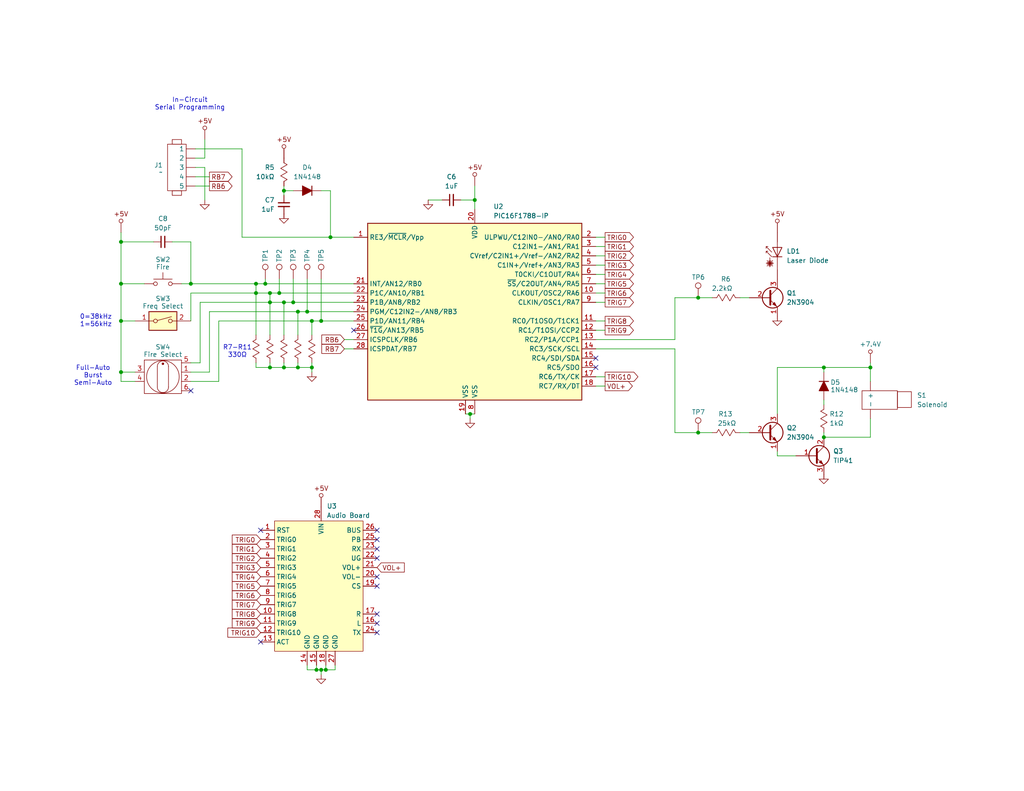
<source format=kicad_sch>
(kicad_sch
	(version 20231120)
	(generator "eeschema")
	(generator_version "8.0")
	(uuid "31979c4b-6ab3-43b0-99c4-5881934c2d31")
	(paper "A")
	(title_block
		(title "Blaster")
		(date "2025-04-04")
		(rev "A")
		(company "Idaho State University")
	)
	(lib_symbols
		(symbol "AW_Libraries_Power:+7.4V"
			(exclude_from_sim no)
			(in_bom yes)
			(on_board yes)
			(property "Reference" "#PWR"
				(at 0 0 0)
				(effects
					(font
						(size 1.27 1.27)
					)
					(hide yes)
				)
			)
			(property "Value" "+7.4V"
				(at 0 0 0)
				(effects
					(font
						(size 1.27 1.27)
					)
				)
			)
			(property "Footprint" ""
				(at 0 0 0)
				(effects
					(font
						(size 1.27 1.27)
					)
					(hide yes)
				)
			)
			(property "Datasheet" ""
				(at 0 0 0)
				(effects
					(font
						(size 1.27 1.27)
					)
					(hide yes)
				)
			)
			(property "Description" ""
				(at 0 0 0)
				(effects
					(font
						(size 1.27 1.27)
					)
					(hide yes)
				)
			)
			(symbol "+7.4V_0_1"
				(circle
					(center 0 -2.032)
					(radius 0.508)
					(stroke
						(width 0)
						(type default)
					)
					(fill
						(type none)
					)
				)
			)
			(symbol "+7.4V_1_1"
				(pin power_in line
					(at 0 -5.08 90)
					(length 2.54)
					(name ""
						(effects
							(font
								(size 1.27 1.27)
							)
						)
					)
					(number ""
						(effects
							(font
								(size 1.27 1.27)
							)
						)
					)
				)
			)
		)
		(symbol "AW_Libraries_Power:GND"
			(power)
			(pin_numbers hide)
			(pin_names
				(offset 0) hide)
			(exclude_from_sim no)
			(in_bom no)
			(on_board no)
			(property "Reference" "#PWR"
				(at -3.81 0 90)
				(effects
					(font
						(size 1.27 1.27)
					)
					(hide yes)
				)
			)
			(property "Value" "GND"
				(at -3.81 3.81 0)
				(effects
					(font
						(size 1.27 1.27)
					)
					(hide yes)
				)
			)
			(property "Footprint" ""
				(at 0 0 0)
				(effects
					(font
						(size 1.27 1.27)
					)
					(hide yes)
				)
			)
			(property "Datasheet" ""
				(at 0 0 0)
				(effects
					(font
						(size 1.27 1.27)
					)
					(hide yes)
				)
			)
			(property "Description" ""
				(at 0 0 0)
				(effects
					(font
						(size 1.27 1.27)
					)
					(hide yes)
				)
			)
			(symbol "GND_0_1"
				(polyline
					(pts
						(xy -1.27 0) (xy 1.27 0) (xy 0 -1.27) (xy -1.27 0)
					)
					(stroke
						(width 0)
						(type default)
					)
					(fill
						(type none)
					)
				)
			)
			(symbol "GND_1_1"
				(pin input line
					(at 0 1.27 270)
					(length 1.27)
					(name "GND"
						(effects
							(font
								(size 0.0254 0.0254)
							)
						)
					)
					(number ""
						(effects
							(font
								(size 0.762 0.762)
							)
						)
					)
				)
			)
		)
		(symbol "Connector:TestPoint"
			(pin_numbers hide)
			(pin_names
				(offset 0.762) hide)
			(exclude_from_sim no)
			(in_bom yes)
			(on_board yes)
			(property "Reference" "TP"
				(at 0 6.858 0)
				(effects
					(font
						(size 1.27 1.27)
					)
				)
			)
			(property "Value" "TestPoint"
				(at 0 5.08 0)
				(effects
					(font
						(size 1.27 1.27)
					)
				)
			)
			(property "Footprint" ""
				(at 5.08 0 0)
				(effects
					(font
						(size 1.27 1.27)
					)
					(hide yes)
				)
			)
			(property "Datasheet" "~"
				(at 5.08 0 0)
				(effects
					(font
						(size 1.27 1.27)
					)
					(hide yes)
				)
			)
			(property "Description" "test point"
				(at 0 0 0)
				(effects
					(font
						(size 1.27 1.27)
					)
					(hide yes)
				)
			)
			(property "ki_keywords" "test point tp"
				(at 0 0 0)
				(effects
					(font
						(size 1.27 1.27)
					)
					(hide yes)
				)
			)
			(property "ki_fp_filters" "Pin* Test*"
				(at 0 0 0)
				(effects
					(font
						(size 1.27 1.27)
					)
					(hide yes)
				)
			)
			(symbol "TestPoint_0_1"
				(circle
					(center 0 3.302)
					(radius 0.762)
					(stroke
						(width 0)
						(type default)
					)
					(fill
						(type none)
					)
				)
			)
			(symbol "TestPoint_1_1"
				(pin passive line
					(at 0 0 90)
					(length 2.54)
					(name "1"
						(effects
							(font
								(size 1.27 1.27)
							)
						)
					)
					(number "1"
						(effects
							(font
								(size 1.27 1.27)
							)
						)
					)
				)
			)
		)
		(symbol "Device:C_Small"
			(pin_numbers hide)
			(pin_names
				(offset 0.254) hide)
			(exclude_from_sim no)
			(in_bom yes)
			(on_board yes)
			(property "Reference" "C"
				(at 0.254 1.778 0)
				(effects
					(font
						(size 1.27 1.27)
					)
					(justify left)
				)
			)
			(property "Value" "C_Small"
				(at 0.254 -2.032 0)
				(effects
					(font
						(size 1.27 1.27)
					)
					(justify left)
				)
			)
			(property "Footprint" ""
				(at 0 0 0)
				(effects
					(font
						(size 1.27 1.27)
					)
					(hide yes)
				)
			)
			(property "Datasheet" "~"
				(at 0 0 0)
				(effects
					(font
						(size 1.27 1.27)
					)
					(hide yes)
				)
			)
			(property "Description" "Unpolarized capacitor, small symbol"
				(at 0 0 0)
				(effects
					(font
						(size 1.27 1.27)
					)
					(hide yes)
				)
			)
			(property "ki_keywords" "capacitor cap"
				(at 0 0 0)
				(effects
					(font
						(size 1.27 1.27)
					)
					(hide yes)
				)
			)
			(property "ki_fp_filters" "C_*"
				(at 0 0 0)
				(effects
					(font
						(size 1.27 1.27)
					)
					(hide yes)
				)
			)
			(symbol "C_Small_0_1"
				(polyline
					(pts
						(xy -1.524 -0.508) (xy 1.524 -0.508)
					)
					(stroke
						(width 0.3302)
						(type default)
					)
					(fill
						(type none)
					)
				)
				(polyline
					(pts
						(xy -1.524 0.508) (xy 1.524 0.508)
					)
					(stroke
						(width 0.3048)
						(type default)
					)
					(fill
						(type none)
					)
				)
			)
			(symbol "C_Small_1_1"
				(pin passive line
					(at 0 2.54 270)
					(length 2.032)
					(name "~"
						(effects
							(font
								(size 1.27 1.27)
							)
						)
					)
					(number "1"
						(effects
							(font
								(size 1.27 1.27)
							)
						)
					)
				)
				(pin passive line
					(at 0 -2.54 90)
					(length 2.032)
					(name "~"
						(effects
							(font
								(size 1.27 1.27)
							)
						)
					)
					(number "2"
						(effects
							(font
								(size 1.27 1.27)
							)
						)
					)
				)
			)
		)
		(symbol "Device:D_Filled"
			(pin_numbers hide)
			(pin_names
				(offset 1.016) hide)
			(exclude_from_sim no)
			(in_bom yes)
			(on_board yes)
			(property "Reference" "D"
				(at 0 2.54 0)
				(effects
					(font
						(size 1.27 1.27)
					)
				)
			)
			(property "Value" "D_Filled"
				(at 0 -2.54 0)
				(effects
					(font
						(size 1.27 1.27)
					)
				)
			)
			(property "Footprint" ""
				(at 0 0 0)
				(effects
					(font
						(size 1.27 1.27)
					)
					(hide yes)
				)
			)
			(property "Datasheet" "~"
				(at 0 0 0)
				(effects
					(font
						(size 1.27 1.27)
					)
					(hide yes)
				)
			)
			(property "Description" "Diode, filled shape"
				(at 0 0 0)
				(effects
					(font
						(size 1.27 1.27)
					)
					(hide yes)
				)
			)
			(property "Sim.Device" "D"
				(at 0 0 0)
				(effects
					(font
						(size 1.27 1.27)
					)
					(hide yes)
				)
			)
			(property "Sim.Pins" "1=K 2=A"
				(at 0 0 0)
				(effects
					(font
						(size 1.27 1.27)
					)
					(hide yes)
				)
			)
			(property "ki_keywords" "diode"
				(at 0 0 0)
				(effects
					(font
						(size 1.27 1.27)
					)
					(hide yes)
				)
			)
			(property "ki_fp_filters" "TO-???* *_Diode_* *SingleDiode* D_*"
				(at 0 0 0)
				(effects
					(font
						(size 1.27 1.27)
					)
					(hide yes)
				)
			)
			(symbol "D_Filled_0_1"
				(polyline
					(pts
						(xy -1.27 1.27) (xy -1.27 -1.27)
					)
					(stroke
						(width 0.254)
						(type default)
					)
					(fill
						(type none)
					)
				)
				(polyline
					(pts
						(xy 1.27 0) (xy -1.27 0)
					)
					(stroke
						(width 0)
						(type default)
					)
					(fill
						(type none)
					)
				)
				(polyline
					(pts
						(xy 1.27 1.27) (xy 1.27 -1.27) (xy -1.27 0) (xy 1.27 1.27)
					)
					(stroke
						(width 0.254)
						(type default)
					)
					(fill
						(type outline)
					)
				)
			)
			(symbol "D_Filled_1_1"
				(pin passive line
					(at -3.81 0 0)
					(length 2.54)
					(name "K"
						(effects
							(font
								(size 1.27 1.27)
							)
						)
					)
					(number "1"
						(effects
							(font
								(size 1.27 1.27)
							)
						)
					)
				)
				(pin passive line
					(at 3.81 0 180)
					(length 2.54)
					(name "A"
						(effects
							(font
								(size 1.27 1.27)
							)
						)
					)
					(number "2"
						(effects
							(font
								(size 1.27 1.27)
							)
						)
					)
				)
			)
		)
		(symbol "Device:D_Laser_1A3C"
			(pin_numbers hide)
			(pin_names
				(offset 1.016) hide)
			(exclude_from_sim no)
			(in_bom yes)
			(on_board yes)
			(property "Reference" "LD"
				(at -1.27 4.445 0)
				(effects
					(font
						(size 1.27 1.27)
					)
				)
			)
			(property "Value" "D_Laser_1A3C"
				(at -1.27 -2.54 0)
				(effects
					(font
						(size 1.27 1.27)
					)
				)
			)
			(property "Footprint" ""
				(at -2.54 -0.635 0)
				(effects
					(font
						(size 1.27 1.27)
					)
					(hide yes)
				)
			)
			(property "Datasheet" "~"
				(at 0.762 -5.08 0)
				(effects
					(font
						(size 1.27 1.27)
					)
					(hide yes)
				)
			)
			(property "Description" "Laser diode, cathode on pin 3, anode on pin 1"
				(at 0 0 0)
				(effects
					(font
						(size 1.27 1.27)
					)
					(hide yes)
				)
			)
			(property "ki_keywords" "opto laserdiode"
				(at 0 0 0)
				(effects
					(font
						(size 1.27 1.27)
					)
					(hide yes)
				)
			)
			(property "ki_fp_filters" "*LaserDiode*"
				(at 0 0 0)
				(effects
					(font
						(size 1.27 1.27)
					)
					(hide yes)
				)
			)
			(symbol "D_Laser_1A3C_0_1"
				(polyline
					(pts
						(xy -4.064 1.27) (xy -2.54 2.794)
					)
					(stroke
						(width 0)
						(type default)
					)
					(fill
						(type none)
					)
				)
				(polyline
					(pts
						(xy -4.064 1.778) (xy -2.54 2.286)
					)
					(stroke
						(width 0)
						(type default)
					)
					(fill
						(type none)
					)
				)
				(polyline
					(pts
						(xy -4.064 2.286) (xy -2.54 1.778)
					)
					(stroke
						(width 0)
						(type default)
					)
					(fill
						(type none)
					)
				)
				(polyline
					(pts
						(xy -4.064 2.794) (xy -2.54 1.27)
					)
					(stroke
						(width 0)
						(type default)
					)
					(fill
						(type none)
					)
				)
				(polyline
					(pts
						(xy -3.556 2.794) (xy -3.048 1.27)
					)
					(stroke
						(width 0)
						(type default)
					)
					(fill
						(type none)
					)
				)
				(polyline
					(pts
						(xy -3.302 2.032) (xy -3.302 1.016)
					)
					(stroke
						(width 0)
						(type default)
					)
					(fill
						(type none)
					)
				)
				(polyline
					(pts
						(xy -3.302 2.032) (xy -3.302 3.048)
					)
					(stroke
						(width 0)
						(type default)
					)
					(fill
						(type none)
					)
				)
				(polyline
					(pts
						(xy -3.048 2.794) (xy -3.556 1.27)
					)
					(stroke
						(width 0)
						(type default)
					)
					(fill
						(type none)
					)
				)
				(polyline
					(pts
						(xy -1.778 2.032) (xy -4.318 2.032)
					)
					(stroke
						(width 0)
						(type default)
					)
					(fill
						(type none)
					)
				)
				(polyline
					(pts
						(xy -1.524 1.27) (xy -1.524 -1.27)
					)
					(stroke
						(width 0.2032)
						(type default)
					)
					(fill
						(type none)
					)
				)
				(polyline
					(pts
						(xy 1.27 3.048) (xy 0.762 3.048)
					)
					(stroke
						(width 0)
						(type default)
					)
					(fill
						(type none)
					)
				)
				(polyline
					(pts
						(xy 2.54 0) (xy -5.08 0)
					)
					(stroke
						(width 0)
						(type default)
					)
					(fill
						(type none)
					)
				)
				(polyline
					(pts
						(xy -0.254 1.524) (xy 1.27 3.048) (xy 1.27 2.54)
					)
					(stroke
						(width 0)
						(type default)
					)
					(fill
						(type none)
					)
				)
				(polyline
					(pts
						(xy 1.016 1.27) (xy 1.016 -1.27) (xy -1.524 0) (xy 1.016 1.27)
					)
					(stroke
						(width 0.2032)
						(type default)
					)
					(fill
						(type none)
					)
				)
				(polyline
					(pts
						(xy -1.524 1.524) (xy 0 3.048) (xy 0 2.54) (xy 0 3.048) (xy -0.508 3.048)
					)
					(stroke
						(width 0)
						(type default)
					)
					(fill
						(type none)
					)
				)
			)
			(symbol "D_Laser_1A3C_1_1"
				(pin passive line
					(at 5.08 0 180)
					(length 2.54)
					(name "A"
						(effects
							(font
								(size 1.27 1.27)
							)
						)
					)
					(number "1"
						(effects
							(font
								(size 1.27 1.27)
							)
						)
					)
				)
				(pin passive line
					(at -7.62 0 0)
					(length 2.54)
					(name "K"
						(effects
							(font
								(size 1.27 1.27)
							)
						)
					)
					(number "3"
						(effects
							(font
								(size 1.27 1.27)
							)
						)
					)
				)
			)
		)
		(symbol "Libraries:+5V"
			(power)
			(pin_numbers hide)
			(pin_names
				(offset 0)
			)
			(exclude_from_sim no)
			(in_bom no)
			(on_board no)
			(property "Reference" "+5V"
				(at 0 3.81 0)
				(effects
					(font
						(size 1.27 1.27)
					)
					(hide yes)
				)
			)
			(property "Value" "+5V"
				(at 0 3.81 0)
				(effects
					(font
						(size 1.27 1.27)
					)
					(hide yes)
				)
			)
			(property "Footprint" ""
				(at 0 3.81 0)
				(effects
					(font
						(size 1.27 1.27)
					)
					(hide yes)
				)
			)
			(property "Datasheet" ""
				(at 0 3.81 0)
				(effects
					(font
						(size 1.27 1.27)
					)
					(hide yes)
				)
			)
			(property "Description" ""
				(at 0 0 0)
				(effects
					(font
						(size 1.27 1.27)
					)
					(hide yes)
				)
			)
			(symbol "+5V_0_1"
				(circle
					(center 0 1.905)
					(radius 0.5236)
					(stroke
						(width 0)
						(type default)
					)
					(fill
						(type none)
					)
				)
			)
			(symbol "+5V_1_0"
				(text "+5V"
					(at 0 3.81 0)
					(effects
						(font
							(size 1.27 1.27)
						)
					)
				)
			)
			(symbol "+5V_1_1"
				(pin power_in line
					(at 0 -1.27 90)
					(length 2.54)
					(name ""
						(effects
							(font
								(size 1.27 1.27)
							)
						)
					)
					(number ""
						(effects
							(font
								(size 0.762 0.762)
							)
						)
					)
				)
			)
		)
		(symbol "Libraries:Audio_Board"
			(exclude_from_sim no)
			(in_bom yes)
			(on_board yes)
			(property "Reference" "U"
				(at -2.032 -0.508 0)
				(effects
					(font
						(size 1.27 1.27)
					)
				)
			)
			(property "Value" "Adafruit Audio Board"
				(at 7.366 -2.54 0)
				(effects
					(font
						(size 1.27 1.27)
					)
				)
			)
			(property "Footprint" ""
				(at 0 0 0)
				(effects
					(font
						(size 1.27 1.27)
					)
					(hide yes)
				)
			)
			(property "Datasheet" ""
				(at 0 0 0)
				(effects
					(font
						(size 1.27 1.27)
					)
					(hide yes)
				)
			)
			(property "Description" ""
				(at 0 0 0)
				(effects
					(font
						(size 1.27 1.27)
					)
					(hide yes)
				)
			)
			(symbol "Audio_Board_1_1"
				(rectangle
					(start -16.51 -5.08)
					(end 7.62 -40.64)
					(stroke
						(width 0)
						(type default)
					)
					(fill
						(type background)
					)
				)
				(pin input line
					(at -20.32 -7.62 0)
					(length 3.81)
					(name "RST"
						(effects
							(font
								(size 1.27 1.27)
							)
						)
					)
					(number "1"
						(effects
							(font
								(size 1.27 1.27)
							)
						)
					)
				)
				(pin input line
					(at -20.32 -30.48 0)
					(length 3.81)
					(name "TRIG8"
						(effects
							(font
								(size 1.27 1.27)
							)
						)
					)
					(number "10"
						(effects
							(font
								(size 1.27 1.27)
							)
						)
					)
				)
				(pin input line
					(at -20.32 -33.02 0)
					(length 3.81)
					(name "TRIG9"
						(effects
							(font
								(size 1.27 1.27)
							)
						)
					)
					(number "11"
						(effects
							(font
								(size 1.27 1.27)
							)
						)
					)
				)
				(pin input line
					(at -20.32 -35.56 0)
					(length 3.81)
					(name "TRIG10"
						(effects
							(font
								(size 1.27 1.27)
							)
						)
					)
					(number "12"
						(effects
							(font
								(size 1.27 1.27)
							)
						)
					)
				)
				(pin input line
					(at -20.32 -38.1 0)
					(length 3.81)
					(name "ACT"
						(effects
							(font
								(size 1.27 1.27)
							)
						)
					)
					(number "13"
						(effects
							(font
								(size 1.27 1.27)
							)
						)
					)
				)
				(pin power_in line
					(at -7.62 -44.45 90)
					(length 3.81)
					(name "GND"
						(effects
							(font
								(size 1.27 1.27)
							)
						)
					)
					(number "14"
						(effects
							(font
								(size 1.27 1.27)
							)
						)
					)
				)
				(pin power_in line
					(at -5.08 -44.45 90)
					(length 3.81)
					(name "GND"
						(effects
							(font
								(size 1.27 1.27)
							)
						)
					)
					(number "15"
						(effects
							(font
								(size 1.27 1.27)
							)
						)
					)
				)
				(pin output line
					(at 11.43 -33.02 180)
					(length 3.81)
					(name "L"
						(effects
							(font
								(size 1.27 1.27)
							)
						)
					)
					(number "16"
						(effects
							(font
								(size 1.27 1.27)
							)
						)
					)
				)
				(pin output line
					(at 11.43 -30.48 180)
					(length 3.81)
					(name "R"
						(effects
							(font
								(size 1.27 1.27)
							)
						)
					)
					(number "17"
						(effects
							(font
								(size 1.27 1.27)
							)
						)
					)
				)
				(pin power_in line
					(at -2.54 -44.45 90)
					(length 3.81)
					(name "GND"
						(effects
							(font
								(size 1.27 1.27)
							)
						)
					)
					(number "18"
						(effects
							(font
								(size 1.27 1.27)
							)
						)
					)
				)
				(pin input line
					(at 11.43 -22.86 180)
					(length 3.81)
					(name "CS"
						(effects
							(font
								(size 1.27 1.27)
							)
						)
					)
					(number "19"
						(effects
							(font
								(size 1.27 1.27)
							)
						)
					)
				)
				(pin input line
					(at -20.32 -10.16 0)
					(length 3.81)
					(name "TRIG0"
						(effects
							(font
								(size 1.27 1.27)
							)
						)
					)
					(number "2"
						(effects
							(font
								(size 1.27 1.27)
							)
						)
					)
				)
				(pin input line
					(at 11.43 -20.32 180)
					(length 3.81)
					(name "VOL-"
						(effects
							(font
								(size 1.27 1.27)
							)
						)
					)
					(number "20"
						(effects
							(font
								(size 1.27 1.27)
							)
						)
					)
				)
				(pin input line
					(at 11.43 -17.78 180)
					(length 3.81)
					(name "VOL+"
						(effects
							(font
								(size 1.27 1.27)
							)
						)
					)
					(number "21"
						(effects
							(font
								(size 1.27 1.27)
							)
						)
					)
				)
				(pin input line
					(at 11.43 -15.24 180)
					(length 3.81)
					(name "UG"
						(effects
							(font
								(size 1.27 1.27)
							)
						)
					)
					(number "22"
						(effects
							(font
								(size 1.27 1.27)
							)
						)
					)
				)
				(pin input line
					(at 11.43 -12.7 180)
					(length 3.81)
					(name "RX"
						(effects
							(font
								(size 1.27 1.27)
							)
						)
					)
					(number "23"
						(effects
							(font
								(size 1.27 1.27)
							)
						)
					)
				)
				(pin output line
					(at 11.43 -35.56 180)
					(length 3.81)
					(name "TX"
						(effects
							(font
								(size 1.27 1.27)
							)
						)
					)
					(number "24"
						(effects
							(font
								(size 1.27 1.27)
							)
						)
					)
				)
				(pin input line
					(at 11.43 -10.16 180)
					(length 3.81)
					(name "PB"
						(effects
							(font
								(size 1.27 1.27)
							)
						)
					)
					(number "25"
						(effects
							(font
								(size 1.27 1.27)
							)
						)
					)
				)
				(pin input line
					(at 11.43 -7.62 180)
					(length 3.81)
					(name "BUS"
						(effects
							(font
								(size 1.27 1.27)
							)
						)
					)
					(number "26"
						(effects
							(font
								(size 1.27 1.27)
							)
						)
					)
				)
				(pin power_in line
					(at 0 -44.45 90)
					(length 3.81)
					(name "GND"
						(effects
							(font
								(size 1.27 1.27)
							)
						)
					)
					(number "27"
						(effects
							(font
								(size 1.27 1.27)
							)
						)
					)
				)
				(pin power_in line
					(at -3.81 -1.27 270)
					(length 3.81)
					(name "VIN"
						(effects
							(font
								(size 1.27 1.27)
							)
						)
					)
					(number "28"
						(effects
							(font
								(size 1.27 1.27)
							)
						)
					)
				)
				(pin input line
					(at -20.32 -12.7 0)
					(length 3.81)
					(name "TRIG1"
						(effects
							(font
								(size 1.27 1.27)
							)
						)
					)
					(number "3"
						(effects
							(font
								(size 1.27 1.27)
							)
						)
					)
				)
				(pin input line
					(at -20.32 -15.24 0)
					(length 3.81)
					(name "TRIG2"
						(effects
							(font
								(size 1.27 1.27)
							)
						)
					)
					(number "4"
						(effects
							(font
								(size 1.27 1.27)
							)
						)
					)
				)
				(pin input line
					(at -20.32 -17.78 0)
					(length 3.81)
					(name "TRIG3"
						(effects
							(font
								(size 1.27 1.27)
							)
						)
					)
					(number "5"
						(effects
							(font
								(size 1.27 1.27)
							)
						)
					)
				)
				(pin input line
					(at -20.32 -20.32 0)
					(length 3.81)
					(name "TRIG4"
						(effects
							(font
								(size 1.27 1.27)
							)
						)
					)
					(number "6"
						(effects
							(font
								(size 1.27 1.27)
							)
						)
					)
				)
				(pin input line
					(at -20.32 -22.86 0)
					(length 3.81)
					(name "TRIG5"
						(effects
							(font
								(size 1.27 1.27)
							)
						)
					)
					(number "7"
						(effects
							(font
								(size 1.27 1.27)
							)
						)
					)
				)
				(pin input line
					(at -20.32 -25.4 0)
					(length 3.81)
					(name "TRIG6"
						(effects
							(font
								(size 1.27 1.27)
							)
						)
					)
					(number "8"
						(effects
							(font
								(size 1.27 1.27)
							)
						)
					)
				)
				(pin input line
					(at -20.32 -27.94 0)
					(length 3.81)
					(name "TRIG7"
						(effects
							(font
								(size 1.27 1.27)
							)
						)
					)
					(number "9"
						(effects
							(font
								(size 1.27 1.27)
							)
						)
					)
				)
			)
		)
		(symbol "Libraries:Header_1x5"
			(pin_numbers hide)
			(exclude_from_sim no)
			(in_bom yes)
			(on_board yes)
			(property "Reference" "J"
				(at 0 0 0)
				(effects
					(font
						(size 1.27 1.27)
					)
				)
			)
			(property "Value" ""
				(at 0 0 0)
				(effects
					(font
						(size 1.27 1.27)
					)
				)
			)
			(property "Footprint" ""
				(at 0 0 0)
				(effects
					(font
						(size 1.27 1.27)
					)
					(hide yes)
				)
			)
			(property "Datasheet" ""
				(at 0 0 0)
				(effects
					(font
						(size 1.27 1.27)
					)
					(hide yes)
				)
			)
			(property "Description" ""
				(at 0 0 0)
				(effects
					(font
						(size 1.27 1.27)
					)
					(hide yes)
				)
			)
			(symbol "Header_1x5_0_1"
				(rectangle
					(start -2.54 -2.54)
					(end 2.54 -15.24)
					(stroke
						(width 0)
						(type default)
					)
					(fill
						(type none)
					)
				)
				(rectangle
					(start -1.27 -15.24)
					(end 1.27 -16.51)
					(stroke
						(width 0)
						(type default)
					)
					(fill
						(type none)
					)
				)
				(rectangle
					(start -1.27 -1.27)
					(end 1.27 -2.54)
					(stroke
						(width 0)
						(type default)
					)
					(fill
						(type none)
					)
				)
			)
			(symbol "Header_1x5_1_1"
				(pin passive line
					(at -5.08 -3.81 0)
					(length 2.54)
					(name "1"
						(effects
							(font
								(size 1.27 1.27)
							)
						)
					)
					(number "1"
						(effects
							(font
								(size 1.27 1.27)
							)
						)
					)
				)
				(pin passive line
					(at -5.08 -6.35 0)
					(length 2.54)
					(name "2"
						(effects
							(font
								(size 1.27 1.27)
							)
						)
					)
					(number "2"
						(effects
							(font
								(size 1.27 1.27)
							)
						)
					)
				)
				(pin passive line
					(at -5.08 -8.89 0)
					(length 2.54)
					(name "3"
						(effects
							(font
								(size 1.27 1.27)
							)
						)
					)
					(number "3"
						(effects
							(font
								(size 1.27 1.27)
							)
						)
					)
				)
				(pin passive line
					(at -5.08 -11.43 0)
					(length 2.54)
					(name "4"
						(effects
							(font
								(size 1.27 1.27)
							)
						)
					)
					(number "4"
						(effects
							(font
								(size 1.27 1.27)
							)
						)
					)
				)
				(pin passive line
					(at -5.08 -13.97 0)
					(length 2.54)
					(name "5"
						(effects
							(font
								(size 1.27 1.27)
							)
						)
					)
					(number "5"
						(effects
							(font
								(size 1.27 1.27)
							)
						)
					)
				)
			)
		)
		(symbol "Libraries:PIC16F883_BIN_ACOUT"
			(exclude_from_sim no)
			(in_bom yes)
			(on_board yes)
			(property "Reference" "U"
				(at 0 0 0)
				(effects
					(font
						(size 1.27 1.27)
					)
				)
			)
			(property "Value" "PIC16F883-IP"
				(at 6.096 -2.286 0)
				(effects
					(font
						(size 1.27 1.27)
					)
				)
			)
			(property "Footprint" ""
				(at 0 0 0)
				(effects
					(font
						(size 1.27 1.27)
					)
					(hide yes)
				)
			)
			(property "Datasheet" ""
				(at 0 0 0)
				(effects
					(font
						(size 1.27 1.27)
					)
					(hide yes)
				)
			)
			(property "Description" ""
				(at 0 0 0)
				(effects
					(font
						(size 1.27 1.27)
					)
					(hide yes)
				)
			)
			(symbol "PIC16F883_BIN_ACOUT_0_1"
				(rectangle
					(start -35.56 -3.81)
					(end 22.86 -52.07)
					(stroke
						(width 0.254)
						(type default)
					)
					(fill
						(type background)
					)
				)
			)
			(symbol "PIC16F883_BIN_ACOUT_1_1"
				(pin bidirectional line
					(at -39.37 -7.62 0)
					(length 3.81)
					(name "RE3/~{MCLR}/Vpp"
						(effects
							(font
								(size 1.27 1.27)
							)
						)
					)
					(number "1"
						(effects
							(font
								(size 1.27 1.27)
							)
						)
					)
				)
				(pin bidirectional line
					(at 26.67 -22.86 180)
					(length 3.81)
					(name "CLKOUT/OSC2/RA6"
						(effects
							(font
								(size 1.27 1.27)
							)
						)
					)
					(number "10"
						(effects
							(font
								(size 1.27 1.27)
							)
						)
					)
				)
				(pin bidirectional line
					(at 26.67 -30.48 180)
					(length 3.81)
					(name "RC0/T1OSO/T1CK1"
						(effects
							(font
								(size 1.27 1.27)
							)
						)
					)
					(number "11"
						(effects
							(font
								(size 1.27 1.27)
							)
						)
					)
				)
				(pin bidirectional line
					(at 26.67 -33.02 180)
					(length 3.81)
					(name "RC1/T1OSI/CCP2"
						(effects
							(font
								(size 1.27 1.27)
							)
						)
					)
					(number "12"
						(effects
							(font
								(size 1.27 1.27)
							)
						)
					)
				)
				(pin bidirectional line
					(at 26.67 -35.56 180)
					(length 3.81)
					(name "RC2/P1A/CCP1"
						(effects
							(font
								(size 1.27 1.27)
							)
						)
					)
					(number "13"
						(effects
							(font
								(size 1.27 1.27)
							)
						)
					)
				)
				(pin bidirectional line
					(at 26.67 -38.1 180)
					(length 3.81)
					(name "RC3/SCK/SCL"
						(effects
							(font
								(size 1.27 1.27)
							)
						)
					)
					(number "14"
						(effects
							(font
								(size 1.27 1.27)
							)
						)
					)
				)
				(pin bidirectional line
					(at 26.67 -40.64 180)
					(length 3.81)
					(name "RC4/SDI/SDA"
						(effects
							(font
								(size 1.27 1.27)
							)
						)
					)
					(number "15"
						(effects
							(font
								(size 1.27 1.27)
							)
						)
					)
				)
				(pin bidirectional line
					(at 26.67 -43.18 180)
					(length 3.81)
					(name "RC5/SDO"
						(effects
							(font
								(size 1.27 1.27)
							)
						)
					)
					(number "16"
						(effects
							(font
								(size 1.27 1.27)
							)
						)
					)
				)
				(pin bidirectional line
					(at 26.67 -45.72 180)
					(length 3.81)
					(name "RC6/TX/CK"
						(effects
							(font
								(size 1.27 1.27)
							)
						)
					)
					(number "17"
						(effects
							(font
								(size 1.27 1.27)
							)
						)
					)
				)
				(pin bidirectional line
					(at 26.67 -48.26 180)
					(length 3.81)
					(name "RC7/RX/DT"
						(effects
							(font
								(size 1.27 1.27)
							)
						)
					)
					(number "18"
						(effects
							(font
								(size 1.27 1.27)
							)
						)
					)
				)
				(pin power_in line
					(at -8.89 -55.88 90)
					(length 3.81)
					(name "VSS"
						(effects
							(font
								(size 1.27 1.27)
							)
						)
					)
					(number "19"
						(effects
							(font
								(size 1.27 1.27)
							)
						)
					)
				)
				(pin bidirectional line
					(at 26.67 -7.62 180)
					(length 3.81)
					(name "ULPWU/C12IN0-/AN0/RA0"
						(effects
							(font
								(size 1.27 1.27)
							)
						)
					)
					(number "2"
						(effects
							(font
								(size 1.27 1.27)
							)
						)
					)
				)
				(pin power_in line
					(at -6.35 0 270)
					(length 3.81)
					(name "VDD"
						(effects
							(font
								(size 1.27 1.27)
							)
						)
					)
					(number "20"
						(effects
							(font
								(size 1.27 1.27)
							)
						)
					)
				)
				(pin bidirectional line
					(at -39.37 -20.32 0)
					(length 3.81)
					(name "INT/AN12/RB0"
						(effects
							(font
								(size 1.27 1.27)
							)
						)
					)
					(number "21"
						(effects
							(font
								(size 1.27 1.27)
							)
						)
					)
				)
				(pin bidirectional line
					(at -39.37 -22.86 0)
					(length 3.81)
					(name "P1C/AN10/RB1"
						(effects
							(font
								(size 1.27 1.27)
							)
						)
					)
					(number "22"
						(effects
							(font
								(size 1.27 1.27)
							)
						)
					)
				)
				(pin bidirectional line
					(at -39.37 -25.4 0)
					(length 3.81)
					(name "P1B/AN8/RB2"
						(effects
							(font
								(size 1.27 1.27)
							)
						)
					)
					(number "23"
						(effects
							(font
								(size 1.27 1.27)
							)
						)
					)
				)
				(pin bidirectional line
					(at -39.37 -27.94 0)
					(length 3.81)
					(name "PGM/C12IN2-/AN8/RB3"
						(effects
							(font
								(size 1.27 1.27)
							)
						)
					)
					(number "24"
						(effects
							(font
								(size 1.27 1.27)
							)
						)
					)
				)
				(pin bidirectional line
					(at -39.37 -30.48 0)
					(length 3.81)
					(name "P1D/AN11/RB4"
						(effects
							(font
								(size 1.27 1.27)
							)
						)
					)
					(number "25"
						(effects
							(font
								(size 1.27 1.27)
							)
						)
					)
				)
				(pin bidirectional line
					(at -39.37 -33.02 0)
					(length 3.81)
					(name "~{T1G}/AN13/RB5"
						(effects
							(font
								(size 1.27 1.27)
							)
						)
					)
					(number "26"
						(effects
							(font
								(size 1.27 1.27)
							)
						)
					)
				)
				(pin bidirectional line
					(at -39.37 -35.56 0)
					(length 3.81)
					(name "ICSPCLK/RB6"
						(effects
							(font
								(size 1.27 1.27)
							)
						)
					)
					(number "27"
						(effects
							(font
								(size 1.27 1.27)
							)
						)
					)
				)
				(pin bidirectional line
					(at -39.37 -38.1 0)
					(length 3.81)
					(name "ICSPDAT/RB7"
						(effects
							(font
								(size 1.27 1.27)
							)
						)
					)
					(number "28"
						(effects
							(font
								(size 1.27 1.27)
							)
						)
					)
				)
				(pin bidirectional line
					(at 26.67 -10.16 180)
					(length 3.81)
					(name "C12IN1-/AN1/RA1"
						(effects
							(font
								(size 1.27 1.27)
							)
						)
					)
					(number "3"
						(effects
							(font
								(size 1.27 1.27)
							)
						)
					)
				)
				(pin bidirectional line
					(at 26.67 -12.7 180)
					(length 3.81)
					(name "CVref/C2IN1+/Vref-/AN2/RA2"
						(effects
							(font
								(size 1.27 1.27)
							)
						)
					)
					(number "4"
						(effects
							(font
								(size 1.27 1.27)
							)
						)
					)
				)
				(pin bidirectional line
					(at 26.67 -15.24 180)
					(length 3.81)
					(name "C1IN+/Vref+/AN3/RA3"
						(effects
							(font
								(size 1.27 1.27)
							)
						)
					)
					(number "5"
						(effects
							(font
								(size 1.27 1.27)
							)
						)
					)
				)
				(pin bidirectional line
					(at 26.67 -17.78 180)
					(length 3.81)
					(name "T0CKI/C1OUT/RA4"
						(effects
							(font
								(size 1.27 1.27)
							)
						)
					)
					(number "6"
						(effects
							(font
								(size 1.27 1.27)
							)
						)
					)
				)
				(pin bidirectional line
					(at 26.67 -20.32 180)
					(length 3.81)
					(name "~{SS}/C2OUT/AN4/RA5"
						(effects
							(font
								(size 1.27 1.27)
							)
						)
					)
					(number "7"
						(effects
							(font
								(size 1.27 1.27)
							)
						)
					)
				)
				(pin power_in line
					(at -6.35 -55.88 90)
					(length 3.81)
					(name "VSS"
						(effects
							(font
								(size 1.27 1.27)
							)
						)
					)
					(number "8"
						(effects
							(font
								(size 1.27 1.27)
							)
						)
					)
				)
				(pin input line
					(at 26.67 -25.4 180)
					(length 3.81)
					(name "CLKIN/OSC1/RA7"
						(effects
							(font
								(size 1.27 1.27)
							)
						)
					)
					(number "9"
						(effects
							(font
								(size 1.27 1.27)
							)
						)
					)
				)
			)
		)
		(symbol "Libraries:R_Custom"
			(pin_numbers hide)
			(pin_names
				(offset 1.016) hide)
			(exclude_from_sim no)
			(in_bom yes)
			(on_board yes)
			(property "Reference" "R1"
				(at 0 6.35 0)
				(effects
					(font
						(size 1.27 1.27)
					)
				)
			)
			(property "Value" "RΩ"
				(at 0 3.81 0)
				(effects
					(font
						(size 1.27 1.27)
					)
				)
			)
			(property "Footprint" ""
				(at 0.762 0 0)
				(effects
					(font
						(size 1.27 1.27)
					)
					(hide yes)
				)
			)
			(property "Datasheet" "~"
				(at 0 0 0)
				(effects
					(font
						(size 1.27 1.27)
					)
					(hide yes)
				)
			)
			(property "Description" "Custom Resistor"
				(at 0 -2.032 0)
				(effects
					(font
						(size 1.27 1.27)
					)
					(hide yes)
				)
			)
			(property "ki_keywords" "Resistor"
				(at 0 0 0)
				(effects
					(font
						(size 1.27 1.27)
					)
					(hide yes)
				)
			)
			(property "ki_fp_filters" "Connector*:*_1x??_*"
				(at 0 0 0)
				(effects
					(font
						(size 1.27 1.27)
					)
					(hide yes)
				)
			)
			(symbol "R_Custom_0_1"
				(polyline
					(pts
						(xy -2.54 0) (xy -2.032 0.889) (xy -1.524 0) (xy -1.016 -0.889) (xy -0.508 0) (xy 0 0.889) (xy 0.508 0)
						(xy 1.016 -0.889) (xy 1.524 0) (xy 2.032 0.889) (xy 2.54 0)
					)
					(stroke
						(width 0)
						(type default)
					)
					(fill
						(type none)
					)
				)
			)
			(symbol "R_Custom_1_1"
				(pin passive line
					(at -3.81 0 0)
					(length 1.27)
					(name ""
						(effects
							(font
								(size 1.27 1.27)
							)
						)
					)
					(number "1"
						(effects
							(font
								(size 1.27 1.27)
							)
						)
					)
				)
				(pin passive line
					(at 3.81 0 180)
					(length 1.27)
					(name ""
						(effects
							(font
								(size 1.27 1.27)
							)
						)
					)
					(number "2"
						(effects
							(font
								(size 1.27 1.27)
							)
						)
					)
				)
			)
		)
		(symbol "Libraries:SW_Blaster_Fire_Select"
			(exclude_from_sim no)
			(in_bom yes)
			(on_board yes)
			(property "Reference" "SW"
				(at 0 0 0)
				(effects
					(font
						(size 1.27 1.27)
					)
				)
			)
			(property "Value" ""
				(at 0 0 0)
				(effects
					(font
						(size 1.27 1.27)
					)
				)
			)
			(property "Footprint" ""
				(at 0 0 0)
				(effects
					(font
						(size 1.27 1.27)
					)
					(hide yes)
				)
			)
			(property "Datasheet" ""
				(at 0 0 0)
				(effects
					(font
						(size 1.27 1.27)
					)
					(hide yes)
				)
			)
			(property "Description" ""
				(at 0 0 0)
				(effects
					(font
						(size 1.27 1.27)
					)
					(hide yes)
				)
			)
			(symbol "SW_Blaster_Fire_Select_0_1"
				(rectangle
					(start -5.08 -1.778)
					(end 5.08 -10.922)
					(stroke
						(width 0)
						(type default)
					)
					(fill
						(type none)
					)
				)
				(arc
					(start -1.524 -9.144)
					(mid -1.0776 -10.2216)
					(end 0 -10.668)
					(stroke
						(width 0)
						(type default)
					)
					(fill
						(type none)
					)
				)
				(arc
					(start 0 -10.668)
					(mid 1.0776 -10.2216)
					(end 1.524 -9.144)
					(stroke
						(width 0)
						(type default)
					)
					(fill
						(type none)
					)
				)
				(circle
					(center 0 -6.35)
					(radius 4.4432)
					(stroke
						(width 0)
						(type default)
					)
					(fill
						(type none)
					)
				)
				(arc
					(start 0 -2.032)
					(mid -1.0776 -2.4784)
					(end -1.524 -3.556)
					(stroke
						(width 0)
						(type default)
					)
					(fill
						(type none)
					)
				)
				(polyline
					(pts
						(xy -1.524 -3.556) (xy -1.524 -9.144)
					)
					(stroke
						(width 0)
						(type default)
					)
					(fill
						(type none)
					)
				)
				(polyline
					(pts
						(xy 1.524 -3.556) (xy 1.524 -9.144)
					)
					(stroke
						(width 0)
						(type default)
					)
					(fill
						(type none)
					)
				)
				(arc
					(start 1.524 -3.556)
					(mid 1.0708 -2.4852)
					(end 0 -2.032)
					(stroke
						(width 0)
						(type default)
					)
					(fill
						(type none)
					)
				)
			)
			(symbol "SW_Blaster_Fire_Select_1_0"
				(pin output line
					(at 7.62 -5.08 180)
					(length 2.54)
					(name ""
						(effects
							(font
								(size 1.27 1.27)
							)
						)
					)
					(number "1"
						(effects
							(font
								(size 1.27 1.27)
							)
						)
					)
				)
				(pin output line
					(at 7.62 -7.62 180)
					(length 2.54)
					(name ""
						(effects
							(font
								(size 1.27 1.27)
							)
						)
					)
					(number "2"
						(effects
							(font
								(size 1.27 1.27)
							)
						)
					)
				)
				(pin input line
					(at -7.62 -5.08 0)
					(length 2.54)
					(name ""
						(effects
							(font
								(size 1.27 1.27)
							)
						)
					)
					(number "3"
						(effects
							(font
								(size 1.27 1.27)
							)
						)
					)
				)
				(pin input line
					(at -7.62 -7.62 0)
					(length 2.54)
					(name ""
						(effects
							(font
								(size 1.27 1.27)
							)
						)
					)
					(number "4"
						(effects
							(font
								(size 1.27 1.27)
							)
						)
					)
				)
				(pin output line
					(at 7.62 -2.54 180)
					(length 2.54)
					(name ""
						(effects
							(font
								(size 1.27 1.27)
							)
						)
					)
					(number "5"
						(effects
							(font
								(size 1.27 1.27)
							)
						)
					)
				)
				(pin output line
					(at 7.62 -10.16 180)
					(length 2.54)
					(name ""
						(effects
							(font
								(size 1.27 1.27)
							)
						)
					)
					(number "6"
						(effects
							(font
								(size 1.27 1.27)
							)
						)
					)
				)
			)
			(symbol "SW_Blaster_Fire_Select_1_1"
				(circle
					(center 0 -2.794)
					(radius 0.254)
					(stroke
						(width 0)
						(type default)
					)
					(fill
						(type outline)
					)
				)
			)
		)
		(symbol "Libraries:Solenoid"
			(exclude_from_sim no)
			(in_bom yes)
			(on_board yes)
			(property "Reference" "S"
				(at 2.286 -5.08 0)
				(effects
					(font
						(size 1.27 1.27)
					)
				)
			)
			(property "Value" "Solenoid"
				(at 5.588 -7.366 0)
				(effects
					(font
						(size 1.27 1.27)
					)
				)
			)
			(property "Footprint" ""
				(at 2.286 -5.08 0)
				(effects
					(font
						(size 1.27 1.27)
					)
					(hide yes)
				)
			)
			(property "Datasheet" ""
				(at 2.286 -5.08 0)
				(effects
					(font
						(size 1.27 1.27)
					)
					(hide yes)
				)
			)
			(property "Description" ""
				(at 2.286 -5.08 0)
				(effects
					(font
						(size 1.27 1.27)
					)
					(hide yes)
				)
			)
			(symbol "Solenoid_0_1"
				(rectangle
					(start -2.286 -8.89)
					(end 7.366 -13.97)
					(stroke
						(width 0)
						(type default)
					)
					(fill
						(type none)
					)
				)
				(rectangle
					(start 7.366 -9.144)
					(end 11.176 -13.462)
					(stroke
						(width 0)
						(type default)
					)
					(fill
						(type none)
					)
				)
			)
			(symbol "Solenoid_1_1"
				(pin input line
					(at 0 -6.35 270)
					(length 2.54)
					(name "+"
						(effects
							(font
								(size 1.27 1.27)
							)
						)
					)
					(number ""
						(effects
							(font
								(size 1.27 1.27)
							)
						)
					)
				)
				(pin input line
					(at 0 -16.51 90)
					(length 2.54)
					(name "-"
						(effects
							(font
								(size 1.27 1.27)
							)
						)
					)
					(number ""
						(effects
							(font
								(size 1.27 1.27)
							)
						)
					)
				)
			)
		)
		(symbol "Switch:SW_DIP_x01"
			(pin_names
				(offset 0) hide)
			(exclude_from_sim no)
			(in_bom yes)
			(on_board yes)
			(property "Reference" "SW"
				(at 0 3.81 0)
				(effects
					(font
						(size 1.27 1.27)
					)
				)
			)
			(property "Value" "SW_DIP_x01"
				(at 0 -3.81 0)
				(effects
					(font
						(size 1.27 1.27)
					)
				)
			)
			(property "Footprint" ""
				(at 0 0 0)
				(effects
					(font
						(size 1.27 1.27)
					)
					(hide yes)
				)
			)
			(property "Datasheet" "~"
				(at 0 0 0)
				(effects
					(font
						(size 1.27 1.27)
					)
					(hide yes)
				)
			)
			(property "Description" "1x DIP Switch, Single Pole Single Throw (SPST) switch, small symbol"
				(at 0 0 0)
				(effects
					(font
						(size 1.27 1.27)
					)
					(hide yes)
				)
			)
			(property "ki_keywords" "dip switch"
				(at 0 0 0)
				(effects
					(font
						(size 1.27 1.27)
					)
					(hide yes)
				)
			)
			(property "ki_fp_filters" "SW?DIP?x1*"
				(at 0 0 0)
				(effects
					(font
						(size 1.27 1.27)
					)
					(hide yes)
				)
			)
			(symbol "SW_DIP_x01_0_0"
				(circle
					(center -2.032 0)
					(radius 0.508)
					(stroke
						(width 0)
						(type default)
					)
					(fill
						(type none)
					)
				)
				(polyline
					(pts
						(xy -1.524 0.127) (xy 2.3622 1.1684)
					)
					(stroke
						(width 0)
						(type default)
					)
					(fill
						(type none)
					)
				)
				(circle
					(center 2.032 0)
					(radius 0.508)
					(stroke
						(width 0)
						(type default)
					)
					(fill
						(type none)
					)
				)
			)
			(symbol "SW_DIP_x01_0_1"
				(rectangle
					(start -3.81 2.54)
					(end 3.81 -2.54)
					(stroke
						(width 0.254)
						(type default)
					)
					(fill
						(type background)
					)
				)
			)
			(symbol "SW_DIP_x01_1_1"
				(pin passive line
					(at -7.62 0 0)
					(length 5.08)
					(name "~"
						(effects
							(font
								(size 1.27 1.27)
							)
						)
					)
					(number "1"
						(effects
							(font
								(size 1.27 1.27)
							)
						)
					)
				)
				(pin passive line
					(at 7.62 0 180)
					(length 5.08)
					(name "~"
						(effects
							(font
								(size 1.27 1.27)
							)
						)
					)
					(number "2"
						(effects
							(font
								(size 1.27 1.27)
							)
						)
					)
				)
			)
		)
		(symbol "Switch:SW_Push"
			(pin_numbers hide)
			(pin_names
				(offset 1.016) hide)
			(exclude_from_sim no)
			(in_bom yes)
			(on_board yes)
			(property "Reference" "SW"
				(at 1.27 2.54 0)
				(effects
					(font
						(size 1.27 1.27)
					)
					(justify left)
				)
			)
			(property "Value" "SW_Push"
				(at 0 -1.524 0)
				(effects
					(font
						(size 1.27 1.27)
					)
				)
			)
			(property "Footprint" ""
				(at 0 5.08 0)
				(effects
					(font
						(size 1.27 1.27)
					)
					(hide yes)
				)
			)
			(property "Datasheet" "~"
				(at 0 5.08 0)
				(effects
					(font
						(size 1.27 1.27)
					)
					(hide yes)
				)
			)
			(property "Description" "Push button switch, generic, two pins"
				(at 0 0 0)
				(effects
					(font
						(size 1.27 1.27)
					)
					(hide yes)
				)
			)
			(property "ki_keywords" "switch normally-open pushbutton push-button"
				(at 0 0 0)
				(effects
					(font
						(size 1.27 1.27)
					)
					(hide yes)
				)
			)
			(symbol "SW_Push_0_1"
				(circle
					(center -2.032 0)
					(radius 0.508)
					(stroke
						(width 0)
						(type default)
					)
					(fill
						(type none)
					)
				)
				(polyline
					(pts
						(xy 0 1.27) (xy 0 3.048)
					)
					(stroke
						(width 0)
						(type default)
					)
					(fill
						(type none)
					)
				)
				(polyline
					(pts
						(xy 2.54 1.27) (xy -2.54 1.27)
					)
					(stroke
						(width 0)
						(type default)
					)
					(fill
						(type none)
					)
				)
				(circle
					(center 2.032 0)
					(radius 0.508)
					(stroke
						(width 0)
						(type default)
					)
					(fill
						(type none)
					)
				)
				(pin passive line
					(at -5.08 0 0)
					(length 2.54)
					(name "1"
						(effects
							(font
								(size 1.27 1.27)
							)
						)
					)
					(number "1"
						(effects
							(font
								(size 1.27 1.27)
							)
						)
					)
				)
				(pin passive line
					(at 5.08 0 180)
					(length 2.54)
					(name "2"
						(effects
							(font
								(size 1.27 1.27)
							)
						)
					)
					(number "2"
						(effects
							(font
								(size 1.27 1.27)
							)
						)
					)
				)
			)
		)
		(symbol "Transistor_BJT:2N3904"
			(pin_names
				(offset 0) hide)
			(exclude_from_sim no)
			(in_bom yes)
			(on_board yes)
			(property "Reference" "Q"
				(at 5.08 1.905 0)
				(effects
					(font
						(size 1.27 1.27)
					)
					(justify left)
				)
			)
			(property "Value" "2N3904"
				(at 5.08 0 0)
				(effects
					(font
						(size 1.27 1.27)
					)
					(justify left)
				)
			)
			(property "Footprint" "Package_TO_SOT_THT:TO-92_Inline"
				(at 5.08 -1.905 0)
				(effects
					(font
						(size 1.27 1.27)
						(italic yes)
					)
					(justify left)
					(hide yes)
				)
			)
			(property "Datasheet" "https://www.onsemi.com/pub/Collateral/2N3903-D.PDF"
				(at 0 0 0)
				(effects
					(font
						(size 1.27 1.27)
					)
					(justify left)
					(hide yes)
				)
			)
			(property "Description" "0.2A Ic, 40V Vce, Small Signal NPN Transistor, TO-92"
				(at 0 0 0)
				(effects
					(font
						(size 1.27 1.27)
					)
					(hide yes)
				)
			)
			(property "ki_keywords" "NPN Transistor"
				(at 0 0 0)
				(effects
					(font
						(size 1.27 1.27)
					)
					(hide yes)
				)
			)
			(property "ki_fp_filters" "TO?92*"
				(at 0 0 0)
				(effects
					(font
						(size 1.27 1.27)
					)
					(hide yes)
				)
			)
			(symbol "2N3904_0_1"
				(polyline
					(pts
						(xy 0.635 0.635) (xy 2.54 2.54)
					)
					(stroke
						(width 0)
						(type default)
					)
					(fill
						(type none)
					)
				)
				(polyline
					(pts
						(xy 0.635 -0.635) (xy 2.54 -2.54) (xy 2.54 -2.54)
					)
					(stroke
						(width 0)
						(type default)
					)
					(fill
						(type none)
					)
				)
				(polyline
					(pts
						(xy 0.635 1.905) (xy 0.635 -1.905) (xy 0.635 -1.905)
					)
					(stroke
						(width 0.508)
						(type default)
					)
					(fill
						(type none)
					)
				)
				(polyline
					(pts
						(xy 1.27 -1.778) (xy 1.778 -1.27) (xy 2.286 -2.286) (xy 1.27 -1.778) (xy 1.27 -1.778)
					)
					(stroke
						(width 0)
						(type default)
					)
					(fill
						(type outline)
					)
				)
				(circle
					(center 1.27 0)
					(radius 2.8194)
					(stroke
						(width 0.254)
						(type default)
					)
					(fill
						(type none)
					)
				)
			)
			(symbol "2N3904_1_1"
				(pin passive line
					(at 2.54 -5.08 90)
					(length 2.54)
					(name "E"
						(effects
							(font
								(size 1.27 1.27)
							)
						)
					)
					(number "1"
						(effects
							(font
								(size 1.27 1.27)
							)
						)
					)
				)
				(pin passive line
					(at -5.08 0 0)
					(length 5.715)
					(name "B"
						(effects
							(font
								(size 1.27 1.27)
							)
						)
					)
					(number "2"
						(effects
							(font
								(size 1.27 1.27)
							)
						)
					)
				)
				(pin passive line
					(at 2.54 5.08 270)
					(length 2.54)
					(name "C"
						(effects
							(font
								(size 1.27 1.27)
							)
						)
					)
					(number "3"
						(effects
							(font
								(size 1.27 1.27)
							)
						)
					)
				)
			)
		)
		(symbol "Transistor_BJT:TIP41"
			(pin_names
				(offset 0) hide)
			(exclude_from_sim no)
			(in_bom yes)
			(on_board yes)
			(property "Reference" "Q"
				(at 6.35 1.905 0)
				(effects
					(font
						(size 1.27 1.27)
					)
					(justify left)
				)
			)
			(property "Value" "TIP41"
				(at 6.35 0 0)
				(effects
					(font
						(size 1.27 1.27)
					)
					(justify left)
				)
			)
			(property "Footprint" "Package_TO_SOT_THT:TO-220-3_Vertical"
				(at 6.35 -1.905 0)
				(effects
					(font
						(size 1.27 1.27)
						(italic yes)
					)
					(justify left)
					(hide yes)
				)
			)
			(property "Datasheet" "https://www.centralsemi.com/get_document.php?cmp=1&mergetype=pd&mergepath=pd&pdf_id=tip41.PDF"
				(at 0 0 0)
				(effects
					(font
						(size 1.27 1.27)
					)
					(justify left)
					(hide yes)
				)
			)
			(property "Description" "6A Ic, 40V Vce, Power NPN Transistor, TO-220"
				(at 0 0 0)
				(effects
					(font
						(size 1.27 1.27)
					)
					(hide yes)
				)
			)
			(property "ki_keywords" "power NPN Transistor"
				(at 0 0 0)
				(effects
					(font
						(size 1.27 1.27)
					)
					(hide yes)
				)
			)
			(property "ki_fp_filters" "TO?220*"
				(at 0 0 0)
				(effects
					(font
						(size 1.27 1.27)
					)
					(hide yes)
				)
			)
			(symbol "TIP41_0_1"
				(polyline
					(pts
						(xy 0.635 0.635) (xy 2.54 2.54)
					)
					(stroke
						(width 0)
						(type default)
					)
					(fill
						(type none)
					)
				)
				(polyline
					(pts
						(xy 0.635 -0.635) (xy 2.54 -2.54) (xy 2.54 -2.54)
					)
					(stroke
						(width 0)
						(type default)
					)
					(fill
						(type none)
					)
				)
				(polyline
					(pts
						(xy 0.635 1.905) (xy 0.635 -1.905) (xy 0.635 -1.905)
					)
					(stroke
						(width 0.508)
						(type default)
					)
					(fill
						(type none)
					)
				)
				(polyline
					(pts
						(xy 1.27 -1.778) (xy 1.778 -1.27) (xy 2.286 -2.286) (xy 1.27 -1.778) (xy 1.27 -1.778)
					)
					(stroke
						(width 0)
						(type default)
					)
					(fill
						(type outline)
					)
				)
				(circle
					(center 1.27 0)
					(radius 2.8194)
					(stroke
						(width 0.254)
						(type default)
					)
					(fill
						(type none)
					)
				)
			)
			(symbol "TIP41_1_1"
				(pin input line
					(at -5.08 0 0)
					(length 5.715)
					(name "B"
						(effects
							(font
								(size 1.27 1.27)
							)
						)
					)
					(number "1"
						(effects
							(font
								(size 1.27 1.27)
							)
						)
					)
				)
				(pin passive line
					(at 2.54 5.08 270)
					(length 2.54)
					(name "C"
						(effects
							(font
								(size 1.27 1.27)
							)
						)
					)
					(number "2"
						(effects
							(font
								(size 1.27 1.27)
							)
						)
					)
				)
				(pin passive line
					(at 2.54 -5.08 90)
					(length 2.54)
					(name "E"
						(effects
							(font
								(size 1.27 1.27)
							)
						)
					)
					(number "3"
						(effects
							(font
								(size 1.27 1.27)
							)
						)
					)
				)
			)
		)
	)
	(junction
		(at 81.28 85.09)
		(diameter 0)
		(color 0 0 0 0)
		(uuid "01425e3a-2d67-4c92-a7ce-c213a5a88c1a")
	)
	(junction
		(at 90.17 64.77)
		(diameter 0)
		(color 0 0 0 0)
		(uuid "12e64446-8d3d-4531-beea-ed0b3df97978")
	)
	(junction
		(at 190.5 118.11)
		(diameter 0)
		(color 0 0 0 0)
		(uuid "152e7373-20ac-4603-ad02-5528b9162738")
	)
	(junction
		(at 190.5 81.28)
		(diameter 0)
		(color 0 0 0 0)
		(uuid "16303049-4ff5-4a4d-9a44-ca023e99ce61")
	)
	(junction
		(at 85.09 100.33)
		(diameter 0)
		(color 0 0 0 0)
		(uuid "2e8b2c02-db9f-4c6b-a40d-afad286f6d43")
	)
	(junction
		(at 69.85 77.47)
		(diameter 0)
		(color 0 0 0 0)
		(uuid "3463e518-c11f-4891-8ea6-7ab764dd7690")
	)
	(junction
		(at 80.01 82.55)
		(diameter 0)
		(color 0 0 0 0)
		(uuid "3d4a5a86-128a-42e7-b04a-0daf883067a9")
	)
	(junction
		(at 128.27 113.03)
		(diameter 0)
		(color 0 0 0 0)
		(uuid "426d797d-233c-45bf-8765-5df4bd1517e7")
	)
	(junction
		(at 52.07 77.47)
		(diameter 0)
		(color 0 0 0 0)
		(uuid "428e316c-313b-43aa-9362-4ee6dfeec989")
	)
	(junction
		(at 88.9 182.88)
		(diameter 0)
		(color 0 0 0 0)
		(uuid "4523888b-84e3-4d41-af40-b4aee91d9254")
	)
	(junction
		(at 87.63 87.63)
		(diameter 0)
		(color 0 0 0 0)
		(uuid "47ae3ef0-5653-47d5-9feb-6eaa328624cf")
	)
	(junction
		(at 73.66 82.55)
		(diameter 0)
		(color 0 0 0 0)
		(uuid "69af6cd6-2c8d-4b78-97b3-9430a0bf0643")
	)
	(junction
		(at 33.02 87.63)
		(diameter 0)
		(color 0 0 0 0)
		(uuid "75d635a5-b241-4f90-a40f-dfa2f2d689bd")
	)
	(junction
		(at 86.36 182.88)
		(diameter 0)
		(color 0 0 0 0)
		(uuid "815e02bb-b48d-4edd-a409-34a38cc252d0")
	)
	(junction
		(at 77.47 52.07)
		(diameter 0)
		(color 0 0 0 0)
		(uuid "82079087-c0fc-4317-8d00-2eda8f2cf5e5")
	)
	(junction
		(at 237.49 100.33)
		(diameter 0)
		(color 0 0 0 0)
		(uuid "856d9ca7-483b-47e4-ad49-ad3cbd91507a")
	)
	(junction
		(at 33.02 77.47)
		(diameter 0)
		(color 0 0 0 0)
		(uuid "8cfbfa92-c481-4e27-b6a8-b98d7fdf4d90")
	)
	(junction
		(at 33.02 66.04)
		(diameter 0)
		(color 0 0 0 0)
		(uuid "946d1edc-2f6a-4962-8a3b-8fbfaa8ced30")
	)
	(junction
		(at 81.28 100.33)
		(diameter 0)
		(color 0 0 0 0)
		(uuid "99c766b3-96dc-40ee-917c-5b152160c2ac")
	)
	(junction
		(at 33.02 101.6)
		(diameter 0)
		(color 0 0 0 0)
		(uuid "9b2e52d3-009f-44e0-b566-0bc3890bebd3")
	)
	(junction
		(at 72.39 77.47)
		(diameter 0)
		(color 0 0 0 0)
		(uuid "9ea7e2bc-5095-43f5-909a-1208a49efae0")
	)
	(junction
		(at 87.63 182.88)
		(diameter 0)
		(color 0 0 0 0)
		(uuid "a0433cff-61ae-4929-a4cf-46b7623bbc7a")
	)
	(junction
		(at 73.66 100.33)
		(diameter 0)
		(color 0 0 0 0)
		(uuid "a40dcde0-8b7e-4956-bc62-2b840cd8c975")
	)
	(junction
		(at 224.79 119.38)
		(diameter 0)
		(color 0 0 0 0)
		(uuid "aef81bb8-d9da-4294-b918-dc935dba0d00")
	)
	(junction
		(at 129.54 54.61)
		(diameter 0)
		(color 0 0 0 0)
		(uuid "bec84528-4183-4383-823a-75a36bd30d91")
	)
	(junction
		(at 224.79 100.33)
		(diameter 0)
		(color 0 0 0 0)
		(uuid "c1c53b07-0ca9-42d8-a2a5-e22af721d16a")
	)
	(junction
		(at 77.47 82.55)
		(diameter 0)
		(color 0 0 0 0)
		(uuid "ce9d0896-1cc0-44ec-a597-dd3c3e485c56")
	)
	(junction
		(at 73.66 80.01)
		(diameter 0)
		(color 0 0 0 0)
		(uuid "cf59a086-bda6-4844-8519-072253da2fb0")
	)
	(junction
		(at 83.82 85.09)
		(diameter 0)
		(color 0 0 0 0)
		(uuid "dbf94a8d-367a-44f9-a6aa-4cef2b1e9816")
	)
	(junction
		(at 77.47 100.33)
		(diameter 0)
		(color 0 0 0 0)
		(uuid "e084a7e4-80f7-4699-ae74-2eedccbba583")
	)
	(junction
		(at 85.09 87.63)
		(diameter 0)
		(color 0 0 0 0)
		(uuid "ec135482-a4f4-410f-9bc9-f39be9df36c0")
	)
	(junction
		(at 69.85 80.01)
		(diameter 0)
		(color 0 0 0 0)
		(uuid "f1593492-3e77-498b-ad35-dfc81b62ebb6")
	)
	(junction
		(at 76.2 80.01)
		(diameter 0)
		(color 0 0 0 0)
		(uuid "f4c95bf6-8dfa-4bbf-8a72-2f07d3046b46")
	)
	(no_connect
		(at 102.87 157.48)
		(uuid "2560f643-683b-47c2-85f2-eeaab621b74a")
	)
	(no_connect
		(at 52.07 106.68)
		(uuid "3e8e3d88-937f-41ab-92a8-e1b8f33fa334")
	)
	(no_connect
		(at 102.87 152.4)
		(uuid "46a25a62-2e32-40cf-9d7c-0a6c6aab6e6a")
	)
	(no_connect
		(at 102.87 172.72)
		(uuid "53e9624d-ff38-4a6d-9fdc-2026804f3a6a")
	)
	(no_connect
		(at 102.87 170.18)
		(uuid "545e00e9-cb6c-4588-b637-88eafdb744f5")
	)
	(no_connect
		(at 162.56 97.79)
		(uuid "57d4e070-9f78-43cf-9afd-49db03f902cb")
	)
	(no_connect
		(at 102.87 149.86)
		(uuid "6ca9f2f5-7266-45c8-8c0f-f15fce168b42")
	)
	(no_connect
		(at 102.87 144.78)
		(uuid "8ad81b75-0f31-48c8-a87f-982c8b2bace7")
	)
	(no_connect
		(at 96.52 90.17)
		(uuid "c0bd41d5-811a-415b-8ee1-b5ed7b61eae1")
	)
	(no_connect
		(at 162.56 100.33)
		(uuid "c68bdd10-c23b-425c-be28-e6f991e6d36c")
	)
	(no_connect
		(at 71.12 175.26)
		(uuid "c6fab013-6fcd-4824-9b32-af399697350f")
	)
	(no_connect
		(at 102.87 160.02)
		(uuid "ca2d9a34-b46d-4d3e-82c2-df6fee4acc3f")
	)
	(no_connect
		(at 71.12 144.78)
		(uuid "cd1348a8-56e6-466a-ade3-ad7a89b9320d")
	)
	(no_connect
		(at 102.87 167.64)
		(uuid "ef990ea6-aead-4296-b8f2-b62cabdd6a0e")
	)
	(no_connect
		(at 102.87 147.32)
		(uuid "f4789025-4936-4d45-b504-e84e8d39dff5")
	)
	(wire
		(pts
			(xy 83.82 182.88) (xy 86.36 182.88)
		)
		(stroke
			(width 0)
			(type default)
		)
		(uuid "0073598c-b254-419e-a90b-f5cedc826cef")
	)
	(wire
		(pts
			(xy 33.02 66.04) (xy 33.02 77.47)
		)
		(stroke
			(width 0)
			(type default)
		)
		(uuid "02ca4c2f-c278-4e24-bfa9-56560d66ecfe")
	)
	(wire
		(pts
			(xy 77.47 82.55) (xy 80.01 82.55)
		)
		(stroke
			(width 0)
			(type default)
		)
		(uuid "03330bd7-09f8-4f65-84e7-fe0f7543c0cf")
	)
	(wire
		(pts
			(xy 69.85 77.47) (xy 72.39 77.47)
		)
		(stroke
			(width 0)
			(type default)
		)
		(uuid "0363b377-bd55-49a0-9c3d-b14ede90a0a7")
	)
	(wire
		(pts
			(xy 76.2 76.2) (xy 76.2 80.01)
		)
		(stroke
			(width 0)
			(type default)
		)
		(uuid "064e81f1-c243-4087-98ec-c98c84cda79c")
	)
	(wire
		(pts
			(xy 83.82 181.61) (xy 83.82 182.88)
		)
		(stroke
			(width 0)
			(type default)
		)
		(uuid "066e80a7-73f6-41b7-a6c7-4852d4f5df05")
	)
	(wire
		(pts
			(xy 69.85 80.01) (xy 73.66 80.01)
		)
		(stroke
			(width 0)
			(type default)
		)
		(uuid "0950529d-1985-4974-a476-7de3a8c78e78")
	)
	(wire
		(pts
			(xy 33.02 87.63) (xy 33.02 101.6)
		)
		(stroke
			(width 0)
			(type default)
		)
		(uuid "0ffb00ba-5399-4a25-9041-10d28d3e4921")
	)
	(wire
		(pts
			(xy 93.98 92.71) (xy 96.52 92.71)
		)
		(stroke
			(width 0)
			(type default)
		)
		(uuid "140a277b-488f-41ca-a9d1-d5093517a901")
	)
	(wire
		(pts
			(xy 69.85 99.06) (xy 69.85 100.33)
		)
		(stroke
			(width 0)
			(type default)
		)
		(uuid "159d032a-2b7b-4dd9-9c44-1dbfaba10a37")
	)
	(wire
		(pts
			(xy 73.66 82.55) (xy 77.47 82.55)
		)
		(stroke
			(width 0)
			(type default)
		)
		(uuid "1750e60b-382f-4203-aff1-4f3403037078")
	)
	(wire
		(pts
			(xy 77.47 50.8) (xy 77.47 52.07)
		)
		(stroke
			(width 0)
			(type default)
		)
		(uuid "18981b1e-8591-4836-abef-9f41e1f40002")
	)
	(wire
		(pts
			(xy 184.15 81.28) (xy 184.15 92.71)
		)
		(stroke
			(width 0)
			(type default)
		)
		(uuid "18cbb1d8-611c-4f38-b1f9-5555f697ed3a")
	)
	(wire
		(pts
			(xy 85.09 100.33) (xy 81.28 100.33)
		)
		(stroke
			(width 0)
			(type default)
		)
		(uuid "18d46240-59ac-453c-bc91-632a31a29881")
	)
	(wire
		(pts
			(xy 85.09 99.06) (xy 85.09 100.33)
		)
		(stroke
			(width 0)
			(type default)
		)
		(uuid "1a2ed5eb-2d59-4f38-9de3-4a643add33ba")
	)
	(wire
		(pts
			(xy 33.02 66.04) (xy 41.91 66.04)
		)
		(stroke
			(width 0)
			(type default)
		)
		(uuid "1b04ad76-9c2b-4def-a56c-2a97e1516e2e")
	)
	(wire
		(pts
			(xy 165.1 105.41) (xy 162.56 105.41)
		)
		(stroke
			(width 0)
			(type default)
		)
		(uuid "1e383987-e007-4613-9441-8a1247253c0f")
	)
	(wire
		(pts
			(xy 212.09 123.19) (xy 212.09 124.46)
		)
		(stroke
			(width 0)
			(type default)
		)
		(uuid "20e327c5-595d-44f7-93b7-d703f81986e6")
	)
	(wire
		(pts
			(xy 237.49 119.38) (xy 224.79 119.38)
		)
		(stroke
			(width 0)
			(type default)
		)
		(uuid "22648521-f550-47ca-9aee-38b9ccd19dfd")
	)
	(wire
		(pts
			(xy 76.2 80.01) (xy 96.52 80.01)
		)
		(stroke
			(width 0)
			(type default)
		)
		(uuid "29005a3b-59b3-4231-b92c-cff4299955d1")
	)
	(wire
		(pts
			(xy 224.79 100.33) (xy 224.79 101.6)
		)
		(stroke
			(width 0)
			(type default)
		)
		(uuid "2cbf7ea3-8561-438b-b619-c2140940dac0")
	)
	(wire
		(pts
			(xy 204.47 118.11) (xy 201.93 118.11)
		)
		(stroke
			(width 0)
			(type default)
		)
		(uuid "2d949112-6c99-4a24-a56a-13fb8a7146c8")
	)
	(wire
		(pts
			(xy 53.34 40.64) (xy 66.04 40.64)
		)
		(stroke
			(width 0)
			(type default)
		)
		(uuid "2d9d5d48-0e15-4fab-8ce4-4f70023b4c4a")
	)
	(wire
		(pts
			(xy 125.73 54.61) (xy 129.54 54.61)
		)
		(stroke
			(width 0)
			(type default)
		)
		(uuid "2f89de59-6146-4786-91c9-fda18f055d10")
	)
	(wire
		(pts
			(xy 184.15 118.11) (xy 190.5 118.11)
		)
		(stroke
			(width 0)
			(type default)
		)
		(uuid "32d1397c-28d5-4c3b-8ca1-58ee9c46dfd4")
	)
	(wire
		(pts
			(xy 212.09 124.46) (xy 217.17 124.46)
		)
		(stroke
			(width 0)
			(type default)
		)
		(uuid "3515991a-deb2-4ad7-bed4-c3eb2f6f82b4")
	)
	(wire
		(pts
			(xy 52.07 99.06) (xy 54.61 99.06)
		)
		(stroke
			(width 0)
			(type default)
		)
		(uuid "355e6962-eec9-4f3e-8328-8a4d4ce6be17")
	)
	(wire
		(pts
			(xy 128.27 113.03) (xy 129.54 113.03)
		)
		(stroke
			(width 0)
			(type default)
		)
		(uuid "368a4b65-0c23-4098-83ac-7f77d18186dc")
	)
	(wire
		(pts
			(xy 165.1 87.63) (xy 162.56 87.63)
		)
		(stroke
			(width 0)
			(type default)
		)
		(uuid "36ca2856-9c06-4937-bead-cf8d2f8d958b")
	)
	(wire
		(pts
			(xy 129.54 50.8) (xy 129.54 54.61)
		)
		(stroke
			(width 0)
			(type default)
		)
		(uuid "3834b500-0592-4d67-b720-f04c0d7976b6")
	)
	(wire
		(pts
			(xy 53.34 43.18) (xy 55.88 43.18)
		)
		(stroke
			(width 0)
			(type default)
		)
		(uuid "3896ced1-36f9-455f-8b07-a8327300c8a7")
	)
	(wire
		(pts
			(xy 85.09 87.63) (xy 87.63 87.63)
		)
		(stroke
			(width 0)
			(type default)
		)
		(uuid "38fd215f-f738-4bf6-a67f-c2551ca85fa2")
	)
	(wire
		(pts
			(xy 190.5 81.28) (xy 194.31 81.28)
		)
		(stroke
			(width 0)
			(type default)
		)
		(uuid "39edebc5-579b-444e-9d00-466786912914")
	)
	(wire
		(pts
			(xy 237.49 99.06) (xy 237.49 100.33)
		)
		(stroke
			(width 0)
			(type default)
		)
		(uuid "40cd9513-a136-4688-ad45-018e48d44833")
	)
	(wire
		(pts
			(xy 57.15 101.6) (xy 52.07 101.6)
		)
		(stroke
			(width 0)
			(type default)
		)
		(uuid "43e8f47e-68fb-4b5d-b2df-193c02720b45")
	)
	(wire
		(pts
			(xy 77.47 100.33) (xy 81.28 100.33)
		)
		(stroke
			(width 0)
			(type default)
		)
		(uuid "44b51d93-48c6-43dd-a726-055aa3048461")
	)
	(wire
		(pts
			(xy 73.66 80.01) (xy 73.66 82.55)
		)
		(stroke
			(width 0)
			(type default)
		)
		(uuid "4557b18c-b497-4e20-89f6-78c98a4a3c9f")
	)
	(wire
		(pts
			(xy 212.09 113.03) (xy 212.09 100.33)
		)
		(stroke
			(width 0)
			(type default)
		)
		(uuid "45831114-7cc3-4443-8f7a-a9bef90e8f54")
	)
	(wire
		(pts
			(xy 54.61 82.55) (xy 54.61 99.06)
		)
		(stroke
			(width 0)
			(type default)
		)
		(uuid "45f5f843-cf55-4d46-a97e-83124b5061e1")
	)
	(wire
		(pts
			(xy 91.44 182.88) (xy 88.9 182.88)
		)
		(stroke
			(width 0)
			(type default)
		)
		(uuid "4bdbf05c-2431-490c-9535-f3b0ba3acfd1")
	)
	(wire
		(pts
			(xy 80.01 52.07) (xy 77.47 52.07)
		)
		(stroke
			(width 0)
			(type default)
		)
		(uuid "4c62b973-ac74-4bb0-94a9-2fe780987db8")
	)
	(wire
		(pts
			(xy 33.02 104.14) (xy 33.02 101.6)
		)
		(stroke
			(width 0)
			(type default)
		)
		(uuid "4cf50749-2562-4c13-96a3-59887116629c")
	)
	(wire
		(pts
			(xy 90.17 52.07) (xy 90.17 64.77)
		)
		(stroke
			(width 0)
			(type default)
		)
		(uuid "4dfe1e79-991d-496e-bb4c-4b4462b35f5c")
	)
	(wire
		(pts
			(xy 165.1 82.55) (xy 162.56 82.55)
		)
		(stroke
			(width 0)
			(type default)
		)
		(uuid "50e4d515-3549-4a08-9062-22f211ea38cf")
	)
	(wire
		(pts
			(xy 80.01 76.2) (xy 80.01 82.55)
		)
		(stroke
			(width 0)
			(type default)
		)
		(uuid "52e7074f-76a5-4918-83e5-19d608bef05d")
	)
	(wire
		(pts
			(xy 46.99 66.04) (xy 52.07 66.04)
		)
		(stroke
			(width 0)
			(type default)
		)
		(uuid "53fd58e7-a013-4c3d-9eed-82936976d960")
	)
	(wire
		(pts
			(xy 73.66 82.55) (xy 73.66 91.44)
		)
		(stroke
			(width 0)
			(type default)
		)
		(uuid "540b0e70-a761-48fc-9549-1c5390eadce4")
	)
	(wire
		(pts
			(xy 52.07 77.47) (xy 69.85 77.47)
		)
		(stroke
			(width 0)
			(type default)
		)
		(uuid "55530dcc-1d3d-47e8-a07a-551e009f65a1")
	)
	(wire
		(pts
			(xy 33.02 87.63) (xy 36.83 87.63)
		)
		(stroke
			(width 0)
			(type default)
		)
		(uuid "575a953f-51bf-4d16-b5dd-931740bf29b7")
	)
	(wire
		(pts
			(xy 91.44 181.61) (xy 91.44 182.88)
		)
		(stroke
			(width 0)
			(type default)
		)
		(uuid "5803c60d-ba97-47e7-80c5-a8307502f02e")
	)
	(wire
		(pts
			(xy 165.1 102.87) (xy 162.56 102.87)
		)
		(stroke
			(width 0)
			(type default)
		)
		(uuid "59545101-1c61-461e-9b3c-fb74f11e8ead")
	)
	(wire
		(pts
			(xy 162.56 92.71) (xy 184.15 92.71)
		)
		(stroke
			(width 0)
			(type default)
		)
		(uuid "5a277421-b17c-4a83-b7cc-06ef5362ef5f")
	)
	(wire
		(pts
			(xy 165.1 77.47) (xy 162.56 77.47)
		)
		(stroke
			(width 0)
			(type default)
		)
		(uuid "5af7e814-e110-431d-81de-dbc7d3065975")
	)
	(wire
		(pts
			(xy 224.79 100.33) (xy 237.49 100.33)
		)
		(stroke
			(width 0)
			(type default)
		)
		(uuid "6139c8bf-560d-42c0-8f81-bc3a5ae04f7b")
	)
	(wire
		(pts
			(xy 66.04 40.64) (xy 66.04 64.77)
		)
		(stroke
			(width 0)
			(type default)
		)
		(uuid "62ab2833-7237-4824-b36c-1c86715caaf4")
	)
	(wire
		(pts
			(xy 77.47 100.33) (xy 77.47 99.06)
		)
		(stroke
			(width 0)
			(type default)
		)
		(uuid "663e9535-d6af-45c3-a617-f8b5606eb134")
	)
	(wire
		(pts
			(xy 33.02 63.5) (xy 33.02 66.04)
		)
		(stroke
			(width 0)
			(type default)
		)
		(uuid "6729bebb-82dd-47b1-be8e-9042ee37b80c")
	)
	(wire
		(pts
			(xy 52.07 80.01) (xy 52.07 87.63)
		)
		(stroke
			(width 0)
			(type default)
		)
		(uuid "67809063-3e1a-451e-9a5f-97139b288462")
	)
	(wire
		(pts
			(xy 87.63 76.2) (xy 87.63 87.63)
		)
		(stroke
			(width 0)
			(type default)
		)
		(uuid "6868df87-4415-4274-9339-a402d63bf809")
	)
	(wire
		(pts
			(xy 165.1 64.77) (xy 162.56 64.77)
		)
		(stroke
			(width 0)
			(type default)
		)
		(uuid "6daf56ab-93ed-49b2-af07-0e4691439aa6")
	)
	(wire
		(pts
			(xy 57.15 85.09) (xy 57.15 101.6)
		)
		(stroke
			(width 0)
			(type default)
		)
		(uuid "6db48d04-bf4d-408f-b110-efb69c0b4906")
	)
	(wire
		(pts
			(xy 59.69 87.63) (xy 85.09 87.63)
		)
		(stroke
			(width 0)
			(type default)
		)
		(uuid "6e98b419-ca6c-421d-ac5f-f244eea19838")
	)
	(wire
		(pts
			(xy 165.1 72.39) (xy 162.56 72.39)
		)
		(stroke
			(width 0)
			(type default)
		)
		(uuid "6f62d9a9-bab6-467f-8f37-b1608cb5ff0a")
	)
	(wire
		(pts
			(xy 83.82 76.2) (xy 83.82 85.09)
		)
		(stroke
			(width 0)
			(type default)
		)
		(uuid "6fcd2e88-f38f-42b5-844b-0273653f9c7b")
	)
	(wire
		(pts
			(xy 86.36 181.61) (xy 86.36 182.88)
		)
		(stroke
			(width 0)
			(type default)
		)
		(uuid "70cdcb22-d06e-4cc6-9d23-5139901036d4")
	)
	(wire
		(pts
			(xy 69.85 100.33) (xy 73.66 100.33)
		)
		(stroke
			(width 0)
			(type default)
		)
		(uuid "7185a4c2-4962-43a2-8c98-5a4d62795ed1")
	)
	(wire
		(pts
			(xy 184.15 95.25) (xy 184.15 118.11)
		)
		(stroke
			(width 0)
			(type default)
		)
		(uuid "73f3821a-b239-46d6-ac44-78ae11f0d682")
	)
	(wire
		(pts
			(xy 73.66 99.06) (xy 73.66 100.33)
		)
		(stroke
			(width 0)
			(type default)
		)
		(uuid "751e1702-4bfd-4caa-ae49-e1b6c3bbce18")
	)
	(wire
		(pts
			(xy 237.49 100.33) (xy 237.49 104.14)
		)
		(stroke
			(width 0)
			(type default)
		)
		(uuid "7badeb6a-a416-4149-9808-d68e58e7e5f9")
	)
	(wire
		(pts
			(xy 90.17 52.07) (xy 87.63 52.07)
		)
		(stroke
			(width 0)
			(type default)
		)
		(uuid "7f772332-56db-4c4b-a22d-39434f813d0a")
	)
	(wire
		(pts
			(xy 33.02 77.47) (xy 39.37 77.47)
		)
		(stroke
			(width 0)
			(type default)
		)
		(uuid "7f9d7009-1691-4918-a5b2-8d1412726a47")
	)
	(wire
		(pts
			(xy 54.61 82.55) (xy 73.66 82.55)
		)
		(stroke
			(width 0)
			(type default)
		)
		(uuid "81db4395-8d27-4a93-a074-297a5c54711d")
	)
	(wire
		(pts
			(xy 77.47 52.07) (xy 77.47 53.34)
		)
		(stroke
			(width 0)
			(type default)
		)
		(uuid "82d39c80-4c4d-4a01-b1d8-9eae12a17baf")
	)
	(wire
		(pts
			(xy 49.53 77.47) (xy 52.07 77.47)
		)
		(stroke
			(width 0)
			(type default)
		)
		(uuid "88f89413-432b-4c05-823c-5604e89bc37f")
	)
	(wire
		(pts
			(xy 116.84 54.61) (xy 120.65 54.61)
		)
		(stroke
			(width 0)
			(type default)
		)
		(uuid "8973e4a4-8390-450f-94b3-e54c4068ff2d")
	)
	(wire
		(pts
			(xy 81.28 85.09) (xy 83.82 85.09)
		)
		(stroke
			(width 0)
			(type default)
		)
		(uuid "8abaed73-dc9d-42c4-bba5-7c2ff69e7c11")
	)
	(wire
		(pts
			(xy 59.69 104.14) (xy 52.07 104.14)
		)
		(stroke
			(width 0)
			(type default)
		)
		(uuid "8c439ef8-e40e-42c6-a9c0-9403a0b179aa")
	)
	(wire
		(pts
			(xy 33.02 77.47) (xy 33.02 87.63)
		)
		(stroke
			(width 0)
			(type default)
		)
		(uuid "8dbb7d19-a0af-41cb-ac51-c635e8a09da3")
	)
	(wire
		(pts
			(xy 53.34 48.26) (xy 57.15 48.26)
		)
		(stroke
			(width 0)
			(type default)
		)
		(uuid "8fbcadd6-ac0f-4677-90d4-5542858aeb29")
	)
	(wire
		(pts
			(xy 90.17 64.77) (xy 96.52 64.77)
		)
		(stroke
			(width 0)
			(type default)
		)
		(uuid "90b44446-a7fa-45ae-a6b6-10ed02021759")
	)
	(wire
		(pts
			(xy 165.1 69.85) (xy 162.56 69.85)
		)
		(stroke
			(width 0)
			(type default)
		)
		(uuid "914a28ab-64db-465e-9670-fd2ae82c9b17")
	)
	(wire
		(pts
			(xy 204.47 81.28) (xy 201.93 81.28)
		)
		(stroke
			(width 0)
			(type default)
		)
		(uuid "995dfa11-ac2c-4a9e-b8fd-fa2a0aa22528")
	)
	(wire
		(pts
			(xy 237.49 114.3) (xy 237.49 119.38)
		)
		(stroke
			(width 0)
			(type default)
		)
		(uuid "9b798344-a432-48eb-b1b4-03145efbd933")
	)
	(wire
		(pts
			(xy 73.66 100.33) (xy 77.47 100.33)
		)
		(stroke
			(width 0)
			(type default)
		)
		(uuid "9caa9648-1737-450e-abb8-d605d87ab65d")
	)
	(wire
		(pts
			(xy 165.1 90.17) (xy 162.56 90.17)
		)
		(stroke
			(width 0)
			(type default)
		)
		(uuid "a041d2f0-5811-4268-bfc0-21039b4ab467")
	)
	(wire
		(pts
			(xy 212.09 100.33) (xy 224.79 100.33)
		)
		(stroke
			(width 0)
			(type default)
		)
		(uuid "a16b06e4-835e-491a-ac35-c5230b1eb960")
	)
	(wire
		(pts
			(xy 36.83 104.14) (xy 33.02 104.14)
		)
		(stroke
			(width 0)
			(type default)
		)
		(uuid "a29488e9-a0a4-4d4d-b0e0-05c02ee342de")
	)
	(wire
		(pts
			(xy 77.47 82.55) (xy 77.47 91.44)
		)
		(stroke
			(width 0)
			(type default)
		)
		(uuid "a4390890-11d0-4776-891c-dacd4adc8d66")
	)
	(wire
		(pts
			(xy 190.5 118.11) (xy 194.31 118.11)
		)
		(stroke
			(width 0)
			(type default)
		)
		(uuid "a447646f-05df-4e1d-896c-38f4b45491e1")
	)
	(wire
		(pts
			(xy 165.1 74.93) (xy 162.56 74.93)
		)
		(stroke
			(width 0)
			(type default)
		)
		(uuid "a8db5a7d-33cf-4744-973e-af9b31535fa9")
	)
	(wire
		(pts
			(xy 88.9 181.61) (xy 88.9 182.88)
		)
		(stroke
			(width 0)
			(type default)
		)
		(uuid "aa65ba42-8ff3-4540-949f-c2409a077fb7")
	)
	(wire
		(pts
			(xy 81.28 99.06) (xy 81.28 100.33)
		)
		(stroke
			(width 0)
			(type default)
		)
		(uuid "aafd1330-b3ac-4d25-9305-a552a57abbdb")
	)
	(wire
		(pts
			(xy 55.88 45.72) (xy 55.88 54.61)
		)
		(stroke
			(width 0)
			(type default)
		)
		(uuid "ae7ccafc-4a50-4052-bfaa-32e23a26d313")
	)
	(wire
		(pts
			(xy 55.88 38.1) (xy 55.88 43.18)
		)
		(stroke
			(width 0)
			(type default)
		)
		(uuid "ae87d04b-6160-4640-bab8-0d79fc04c73e")
	)
	(wire
		(pts
			(xy 224.79 118.11) (xy 224.79 119.38)
		)
		(stroke
			(width 0)
			(type default)
		)
		(uuid "b14ecc3f-4706-43e8-a501-713f312664c9")
	)
	(wire
		(pts
			(xy 72.39 76.2) (xy 72.39 77.47)
		)
		(stroke
			(width 0)
			(type default)
		)
		(uuid "b1d92402-f6e5-4f8a-b5bf-886ab99c5361")
	)
	(wire
		(pts
			(xy 83.82 85.09) (xy 96.52 85.09)
		)
		(stroke
			(width 0)
			(type default)
		)
		(uuid "b3fa45ef-8d2c-47e4-afab-ad636d31aeb5")
	)
	(wire
		(pts
			(xy 69.85 77.47) (xy 69.85 80.01)
		)
		(stroke
			(width 0)
			(type default)
		)
		(uuid "b591f919-f375-44a9-b2bf-1c9ad9a97074")
	)
	(wire
		(pts
			(xy 57.15 85.09) (xy 81.28 85.09)
		)
		(stroke
			(width 0)
			(type default)
		)
		(uuid "b6b3fa49-450c-4092-b236-82477f126233")
	)
	(wire
		(pts
			(xy 87.63 184.15) (xy 87.63 182.88)
		)
		(stroke
			(width 0)
			(type default)
		)
		(uuid "b9633058-b6d4-4dcf-ac27-7bb53607d9c8")
	)
	(wire
		(pts
			(xy 184.15 81.28) (xy 190.5 81.28)
		)
		(stroke
			(width 0)
			(type default)
		)
		(uuid "b9f55ffe-71fd-49d6-9cf4-b664c8ea5f54")
	)
	(wire
		(pts
			(xy 85.09 87.63) (xy 85.09 91.44)
		)
		(stroke
			(width 0)
			(type default)
		)
		(uuid "bf68ee34-ffbd-4641-b82f-9aea8aace06a")
	)
	(wire
		(pts
			(xy 80.01 82.55) (xy 96.52 82.55)
		)
		(stroke
			(width 0)
			(type default)
		)
		(uuid "bf9ca1a2-b06c-4bb8-99a7-1917c3d6ce8d")
	)
	(wire
		(pts
			(xy 53.34 50.8) (xy 57.15 50.8)
		)
		(stroke
			(width 0)
			(type default)
		)
		(uuid "c091ef52-b122-4a6b-ad83-f60a782dbfff")
	)
	(wire
		(pts
			(xy 81.28 85.09) (xy 81.28 91.44)
		)
		(stroke
			(width 0)
			(type default)
		)
		(uuid "c21ed26b-ada0-4692-a1da-d51ac8d405d9")
	)
	(wire
		(pts
			(xy 165.1 80.01) (xy 162.56 80.01)
		)
		(stroke
			(width 0)
			(type default)
		)
		(uuid "c5d76b21-e2c1-4ead-b23f-8db6d80dd5b7")
	)
	(wire
		(pts
			(xy 36.83 101.6) (xy 33.02 101.6)
		)
		(stroke
			(width 0)
			(type default)
		)
		(uuid "c7f051b9-073d-46be-bbe0-24892a981d39")
	)
	(wire
		(pts
			(xy 128.27 113.03) (xy 128.27 114.3)
		)
		(stroke
			(width 0)
			(type default)
		)
		(uuid "cb5eaa5e-618f-4971-ab47-48e8c4f114b7")
	)
	(wire
		(pts
			(xy 87.63 87.63) (xy 96.52 87.63)
		)
		(stroke
			(width 0)
			(type default)
		)
		(uuid "cbec6ce1-1d68-4c7b-9ab1-000d56193778")
	)
	(wire
		(pts
			(xy 69.85 80.01) (xy 69.85 91.44)
		)
		(stroke
			(width 0)
			(type default)
		)
		(uuid "d1f6b15e-8edd-4e29-a879-7cb881cd2adc")
	)
	(wire
		(pts
			(xy 224.79 109.22) (xy 224.79 110.49)
		)
		(stroke
			(width 0)
			(type default)
		)
		(uuid "d63b9099-7a0c-4d4e-b458-404d1c558b5e")
	)
	(wire
		(pts
			(xy 52.07 66.04) (xy 52.07 77.47)
		)
		(stroke
			(width 0)
			(type default)
		)
		(uuid "da50b624-9203-4c08-a1a9-a73149365c22")
	)
	(wire
		(pts
			(xy 52.07 80.01) (xy 69.85 80.01)
		)
		(stroke
			(width 0)
			(type default)
		)
		(uuid "db640f1f-8d25-41ed-ae3c-e2f4468ac1b8")
	)
	(wire
		(pts
			(xy 127 113.03) (xy 128.27 113.03)
		)
		(stroke
			(width 0)
			(type default)
		)
		(uuid "dbdde9fc-660f-4750-899f-b698f02f7036")
	)
	(wire
		(pts
			(xy 72.39 77.47) (xy 96.52 77.47)
		)
		(stroke
			(width 0)
			(type default)
		)
		(uuid "ddbfe0b6-545e-47cf-b158-afd8f23ca1c0")
	)
	(wire
		(pts
			(xy 129.54 54.61) (xy 129.54 57.15)
		)
		(stroke
			(width 0)
			(type default)
		)
		(uuid "dfbb74de-d4fc-42f7-a14e-182de91c8d83")
	)
	(wire
		(pts
			(xy 66.04 64.77) (xy 90.17 64.77)
		)
		(stroke
			(width 0)
			(type default)
		)
		(uuid "dffe553c-a65e-434b-a260-a616c6ad47e2")
	)
	(wire
		(pts
			(xy 53.34 45.72) (xy 55.88 45.72)
		)
		(stroke
			(width 0)
			(type default)
		)
		(uuid "e96eef08-781a-42cc-b320-ade933d1dedb")
	)
	(wire
		(pts
			(xy 85.09 101.6) (xy 85.09 100.33)
		)
		(stroke
			(width 0)
			(type default)
		)
		(uuid "eb4b2d81-6a1f-49b1-a195-3d90790b47aa")
	)
	(wire
		(pts
			(xy 86.36 182.88) (xy 87.63 182.88)
		)
		(stroke
			(width 0)
			(type default)
		)
		(uuid "ec369110-247c-427a-9fae-ccbdf7ef1cdf")
	)
	(wire
		(pts
			(xy 93.98 95.25) (xy 96.52 95.25)
		)
		(stroke
			(width 0)
			(type default)
		)
		(uuid "ed63fd65-8906-4a78-9e40-dcedf50deefb")
	)
	(wire
		(pts
			(xy 73.66 80.01) (xy 76.2 80.01)
		)
		(stroke
			(width 0)
			(type default)
		)
		(uuid "f2175fe2-1f61-4437-80c5-478760828233")
	)
	(wire
		(pts
			(xy 184.15 95.25) (xy 162.56 95.25)
		)
		(stroke
			(width 0)
			(type default)
		)
		(uuid "f237a78d-8c79-46f0-b9aa-5cfcafb63c5f")
	)
	(wire
		(pts
			(xy 165.1 67.31) (xy 162.56 67.31)
		)
		(stroke
			(width 0)
			(type default)
		)
		(uuid "f7661884-ae16-4cd1-8948-7f79621089ce")
	)
	(wire
		(pts
			(xy 88.9 182.88) (xy 87.63 182.88)
		)
		(stroke
			(width 0)
			(type default)
		)
		(uuid "fe33e6ff-831b-4894-9798-d3fd62570e67")
	)
	(wire
		(pts
			(xy 59.69 87.63) (xy 59.69 104.14)
		)
		(stroke
			(width 0)
			(type default)
		)
		(uuid "ffab58e6-31b1-4a92-82a1-0684f67fb9bd")
	)
	(text "0=38kHz\n1=56kHz"
		(exclude_from_sim no)
		(at 26.162 87.63 0)
		(effects
			(font
				(size 1.27 1.27)
			)
		)
		(uuid "70d8784d-a60e-4bed-bbfc-8ae7f180443e")
	)
	(text "In-Circuit\nSerial Programming"
		(exclude_from_sim no)
		(at 51.816 28.448 0)
		(effects
			(font
				(size 1.27 1.27)
			)
		)
		(uuid "95a1fe82-97d0-427b-a0d2-683e17876025")
	)
	(text "Full-Auto\nBurst\nSemi-Auto"
		(exclude_from_sim no)
		(at 25.4 102.616 0)
		(effects
			(font
				(size 1.27 1.27)
			)
		)
		(uuid "970f9ae3-e01c-4244-970b-9ff94884eefb")
	)
	(text "R7-R11\n330Ω"
		(exclude_from_sim no)
		(at 64.77 96.012 0)
		(effects
			(font
				(size 1.27 1.27)
			)
		)
		(uuid "c7ff2959-3b7d-4e33-8898-ac89f3c2fcfc")
	)
	(global_label "TRIG6"
		(shape output)
		(at 165.1 80.01 0)
		(fields_autoplaced yes)
		(effects
			(font
				(size 1.27 1.27)
			)
			(justify left)
		)
		(uuid "290fb48e-3080-4098-8abb-bc45e58d0583")
		(property "Intersheetrefs" "${INTERSHEET_REFS}"
			(at 173.4071 80.01 0)
			(effects
				(font
					(size 1.27 1.27)
				)
				(justify left)
				(hide yes)
			)
		)
	)
	(global_label "TRIG1"
		(shape output)
		(at 165.1 67.31 0)
		(fields_autoplaced yes)
		(effects
			(font
				(size 1.27 1.27)
			)
			(justify left)
		)
		(uuid "2e26d07b-1dc0-4f3a-be45-648bb1b81461")
		(property "Intersheetrefs" "${INTERSHEET_REFS}"
			(at 173.4071 67.31 0)
			(effects
				(font
					(size 1.27 1.27)
				)
				(justify left)
				(hide yes)
			)
		)
	)
	(global_label "TRIG10"
		(shape input)
		(at 71.12 172.72 180)
		(fields_autoplaced yes)
		(effects
			(font
				(size 1.27 1.27)
			)
			(justify right)
		)
		(uuid "2fac4dd6-20c2-4faf-8b98-1e973dd6bc14")
		(property "Intersheetrefs" "${INTERSHEET_REFS}"
			(at 61.6034 172.72 0)
			(effects
				(font
					(size 1.27 1.27)
				)
				(justify right)
				(hide yes)
			)
		)
	)
	(global_label "TRIG2"
		(shape output)
		(at 165.1 69.85 0)
		(fields_autoplaced yes)
		(effects
			(font
				(size 1.27 1.27)
			)
			(justify left)
		)
		(uuid "30e927a6-054c-4737-b45f-2cce15a398fa")
		(property "Intersheetrefs" "${INTERSHEET_REFS}"
			(at 173.4071 69.85 0)
			(effects
				(font
					(size 1.27 1.27)
				)
				(justify left)
				(hide yes)
			)
		)
	)
	(global_label "TRIG3"
		(shape output)
		(at 165.1 72.39 0)
		(fields_autoplaced yes)
		(effects
			(font
				(size 1.27 1.27)
			)
			(justify left)
		)
		(uuid "423b8e61-0e12-48dc-82ed-b99ebeb433ef")
		(property "Intersheetrefs" "${INTERSHEET_REFS}"
			(at 173.4071 72.39 0)
			(effects
				(font
					(size 1.27 1.27)
				)
				(justify left)
				(hide yes)
			)
		)
	)
	(global_label "TRIG7"
		(shape input)
		(at 71.12 165.1 180)
		(fields_autoplaced yes)
		(effects
			(font
				(size 1.27 1.27)
			)
			(justify right)
		)
		(uuid "48443aff-0e22-403a-96b7-28a53c364e85")
		(property "Intersheetrefs" "${INTERSHEET_REFS}"
			(at 62.8129 165.1 0)
			(effects
				(font
					(size 1.27 1.27)
				)
				(justify right)
				(hide yes)
			)
		)
	)
	(global_label "TRIG8"
		(shape input)
		(at 71.12 167.64 180)
		(fields_autoplaced yes)
		(effects
			(font
				(size 1.27 1.27)
			)
			(justify right)
		)
		(uuid "4a258569-ca26-4a1e-89d5-85685865b922")
		(property "Intersheetrefs" "${INTERSHEET_REFS}"
			(at 62.8129 167.64 0)
			(effects
				(font
					(size 1.27 1.27)
				)
				(justify right)
				(hide yes)
			)
		)
	)
	(global_label "VOL+"
		(shape output)
		(at 165.1 105.41 0)
		(fields_autoplaced yes)
		(effects
			(font
				(size 1.27 1.27)
			)
			(justify left)
		)
		(uuid "4ddd78b6-2677-44ab-98cf-6e3e28948437")
		(property "Intersheetrefs" "${INTERSHEET_REFS}"
			(at 173.1048 105.41 0)
			(effects
				(font
					(size 1.27 1.27)
				)
				(justify left)
				(hide yes)
			)
		)
	)
	(global_label "VOL+"
		(shape input)
		(at 102.87 154.94 0)
		(fields_autoplaced yes)
		(effects
			(font
				(size 1.27 1.27)
			)
			(justify left)
		)
		(uuid "4ec85d9f-32a3-4fe4-997c-bde4565e185b")
		(property "Intersheetrefs" "${INTERSHEET_REFS}"
			(at 110.8748 154.94 0)
			(effects
				(font
					(size 1.27 1.27)
				)
				(justify left)
				(hide yes)
			)
		)
	)
	(global_label "TRIG0"
		(shape input)
		(at 71.12 147.32 180)
		(fields_autoplaced yes)
		(effects
			(font
				(size 1.27 1.27)
			)
			(justify right)
		)
		(uuid "510fecdf-581e-44ac-ad58-448afdce4915")
		(property "Intersheetrefs" "${INTERSHEET_REFS}"
			(at 62.8129 147.32 0)
			(effects
				(font
					(size 1.27 1.27)
				)
				(justify right)
				(hide yes)
			)
		)
	)
	(global_label "RB7"
		(shape output)
		(at 57.15 48.26 0)
		(fields_autoplaced yes)
		(effects
			(font
				(size 1.27 1.27)
			)
			(justify left)
		)
		(uuid "5514c9cc-d8fa-4c69-9972-6296b175b225")
		(property "Intersheetrefs" "${INTERSHEET_REFS}"
			(at 63.8847 48.26 0)
			(effects
				(font
					(size 1.27 1.27)
				)
				(justify left)
				(hide yes)
			)
		)
	)
	(global_label "TRIG8"
		(shape output)
		(at 165.1 87.63 0)
		(fields_autoplaced yes)
		(effects
			(font
				(size 1.27 1.27)
			)
			(justify left)
		)
		(uuid "5a81a00d-9660-4370-89a8-96615942b166")
		(property "Intersheetrefs" "${INTERSHEET_REFS}"
			(at 173.4071 87.63 0)
			(effects
				(font
					(size 1.27 1.27)
				)
				(justify left)
				(hide yes)
			)
		)
	)
	(global_label "TRIG3"
		(shape input)
		(at 71.12 154.94 180)
		(fields_autoplaced yes)
		(effects
			(font
				(size 1.27 1.27)
			)
			(justify right)
		)
		(uuid "5ffea2ad-e0dd-4db6-a159-2ac3fa68398b")
		(property "Intersheetrefs" "${INTERSHEET_REFS}"
			(at 62.8129 154.94 0)
			(effects
				(font
					(size 1.27 1.27)
				)
				(justify right)
				(hide yes)
			)
		)
	)
	(global_label "TRIG5"
		(shape input)
		(at 71.12 160.02 180)
		(fields_autoplaced yes)
		(effects
			(font
				(size 1.27 1.27)
			)
			(justify right)
		)
		(uuid "661772c0-d8de-4e80-8036-2d235dadb915")
		(property "Intersheetrefs" "${INTERSHEET_REFS}"
			(at 62.8129 160.02 0)
			(effects
				(font
					(size 1.27 1.27)
				)
				(justify right)
				(hide yes)
			)
		)
	)
	(global_label "TRIG2"
		(shape input)
		(at 71.12 152.4 180)
		(fields_autoplaced yes)
		(effects
			(font
				(size 1.27 1.27)
			)
			(justify right)
		)
		(uuid "68e285b5-f009-400c-ad16-80ce081bb061")
		(property "Intersheetrefs" "${INTERSHEET_REFS}"
			(at 62.8129 152.4 0)
			(effects
				(font
					(size 1.27 1.27)
				)
				(justify right)
				(hide yes)
			)
		)
	)
	(global_label "TRIG10"
		(shape output)
		(at 165.1 102.87 0)
		(fields_autoplaced yes)
		(effects
			(font
				(size 1.27 1.27)
			)
			(justify left)
		)
		(uuid "9288e87e-0c29-4141-9897-c46015ee52ed")
		(property "Intersheetrefs" "${INTERSHEET_REFS}"
			(at 174.6166 102.87 0)
			(effects
				(font
					(size 1.27 1.27)
				)
				(justify left)
				(hide yes)
			)
		)
	)
	(global_label "TRIG7"
		(shape output)
		(at 165.1 82.55 0)
		(fields_autoplaced yes)
		(effects
			(font
				(size 1.27 1.27)
			)
			(justify left)
		)
		(uuid "95a686ee-a8d0-43f3-a3d2-b75615f24050")
		(property "Intersheetrefs" "${INTERSHEET_REFS}"
			(at 173.4071 82.55 0)
			(effects
				(font
					(size 1.27 1.27)
				)
				(justify left)
				(hide yes)
			)
		)
	)
	(global_label "TRIG5"
		(shape output)
		(at 165.1 77.47 0)
		(fields_autoplaced yes)
		(effects
			(font
				(size 1.27 1.27)
			)
			(justify left)
		)
		(uuid "9e792473-31bd-4eda-9787-5887caf626e5")
		(property "Intersheetrefs" "${INTERSHEET_REFS}"
			(at 173.4071 77.47 0)
			(effects
				(font
					(size 1.27 1.27)
				)
				(justify left)
				(hide yes)
			)
		)
	)
	(global_label "TRIG1"
		(shape input)
		(at 71.12 149.86 180)
		(fields_autoplaced yes)
		(effects
			(font
				(size 1.27 1.27)
			)
			(justify right)
		)
		(uuid "abe823bc-2fc7-4d1b-ba56-c83485f5be0c")
		(property "Intersheetrefs" "${INTERSHEET_REFS}"
			(at 62.8129 149.86 0)
			(effects
				(font
					(size 1.27 1.27)
				)
				(justify right)
				(hide yes)
			)
		)
	)
	(global_label "TRIG4"
		(shape output)
		(at 165.1 74.93 0)
		(fields_autoplaced yes)
		(effects
			(font
				(size 1.27 1.27)
			)
			(justify left)
		)
		(uuid "adb1f80d-b4a3-4a42-9782-00e11ee0bc18")
		(property "Intersheetrefs" "${INTERSHEET_REFS}"
			(at 173.4071 74.93 0)
			(effects
				(font
					(size 1.27 1.27)
				)
				(justify left)
				(hide yes)
			)
		)
	)
	(global_label "RB6"
		(shape input)
		(at 93.98 92.71 180)
		(fields_autoplaced yes)
		(effects
			(font
				(size 1.27 1.27)
			)
			(justify right)
		)
		(uuid "b157f43b-2c12-48b7-b110-f82fde59271d")
		(property "Intersheetrefs" "${INTERSHEET_REFS}"
			(at 87.2453 92.71 0)
			(effects
				(font
					(size 1.27 1.27)
				)
				(justify right)
				(hide yes)
			)
		)
	)
	(global_label "TRIG0"
		(shape output)
		(at 165.1 64.77 0)
		(fields_autoplaced yes)
		(effects
			(font
				(size 1.27 1.27)
			)
			(justify left)
		)
		(uuid "b6a95086-0878-4cdf-8f9a-692e47e71444")
		(property "Intersheetrefs" "${INTERSHEET_REFS}"
			(at 173.4071 64.77 0)
			(effects
				(font
					(size 1.27 1.27)
				)
				(justify left)
				(hide yes)
			)
		)
	)
	(global_label "RB7"
		(shape input)
		(at 93.98 95.25 180)
		(fields_autoplaced yes)
		(effects
			(font
				(size 1.27 1.27)
			)
			(justify right)
		)
		(uuid "bf24e682-49b9-408e-ae7b-de5faff0fd31")
		(property "Intersheetrefs" "${INTERSHEET_REFS}"
			(at 87.2453 95.25 0)
			(effects
				(font
					(size 1.27 1.27)
				)
				(justify right)
				(hide yes)
			)
		)
	)
	(global_label "TRIG9"
		(shape input)
		(at 71.12 170.18 180)
		(fields_autoplaced yes)
		(effects
			(font
				(size 1.27 1.27)
			)
			(justify right)
		)
		(uuid "bf87070b-36ef-41cb-9970-bfec5e0e5c39")
		(property "Intersheetrefs" "${INTERSHEET_REFS}"
			(at 62.8129 170.18 0)
			(effects
				(font
					(size 1.27 1.27)
				)
				(justify right)
				(hide yes)
			)
		)
	)
	(global_label "RB6"
		(shape output)
		(at 57.15 50.8 0)
		(fields_autoplaced yes)
		(effects
			(font
				(size 1.27 1.27)
			)
			(justify left)
		)
		(uuid "e3db7d17-94e5-4198-8b0d-a8e473d02869")
		(property "Intersheetrefs" "${INTERSHEET_REFS}"
			(at 63.8847 50.8 0)
			(effects
				(font
					(size 1.27 1.27)
				)
				(justify left)
				(hide yes)
			)
		)
	)
	(global_label "TRIG4"
		(shape input)
		(at 71.12 157.48 180)
		(fields_autoplaced yes)
		(effects
			(font
				(size 1.27 1.27)
			)
			(justify right)
		)
		(uuid "f261d542-aab1-44fb-989a-5cb2a48acf87")
		(property "Intersheetrefs" "${INTERSHEET_REFS}"
			(at 62.8129 157.48 0)
			(effects
				(font
					(size 1.27 1.27)
				)
				(justify right)
				(hide yes)
			)
		)
	)
	(global_label "TRIG6"
		(shape input)
		(at 71.12 162.56 180)
		(fields_autoplaced yes)
		(effects
			(font
				(size 1.27 1.27)
			)
			(justify right)
		)
		(uuid "f6ed0e72-cf2a-4b2e-896c-cd4a5884e30f")
		(property "Intersheetrefs" "${INTERSHEET_REFS}"
			(at 62.8129 162.56 0)
			(effects
				(font
					(size 1.27 1.27)
				)
				(justify right)
				(hide yes)
			)
		)
	)
	(global_label "TRIG9"
		(shape output)
		(at 165.1 90.17 0)
		(fields_autoplaced yes)
		(effects
			(font
				(size 1.27 1.27)
			)
			(justify left)
		)
		(uuid "fe07782a-8908-46a2-9bf6-4ee0dbbf330e")
		(property "Intersheetrefs" "${INTERSHEET_REFS}"
			(at 173.4071 90.17 0)
			(effects
				(font
					(size 1.27 1.27)
				)
				(justify left)
				(hide yes)
			)
		)
	)
	(symbol
		(lib_id "Libraries:Header_1x5")
		(at 48.26 36.83 0)
		(mirror y)
		(unit 1)
		(exclude_from_sim no)
		(in_bom yes)
		(on_board yes)
		(dnp no)
		(uuid "065b0a97-25e4-45d0-8eb0-1f9ed758ecfe")
		(property "Reference" "J1"
			(at 44.45 45.0849 0)
			(effects
				(font
					(size 1.27 1.27)
				)
				(justify left)
			)
		)
		(property "Value" "~"
			(at 44.45 46.99 0)
			(effects
				(font
					(size 1.27 1.27)
				)
				(justify left)
			)
		)
		(property "Footprint" "Connector_PinHeader_2.54mm:PinHeader_1x05_P2.54mm_Vertical"
			(at 48.26 36.83 0)
			(effects
				(font
					(size 1.27 1.27)
				)
				(hide yes)
			)
		)
		(property "Datasheet" ""
			(at 48.26 36.83 0)
			(effects
				(font
					(size 1.27 1.27)
				)
				(hide yes)
			)
		)
		(property "Description" ""
			(at 48.26 36.83 0)
			(effects
				(font
					(size 1.27 1.27)
				)
				(hide yes)
			)
		)
		(pin "4"
			(uuid "7c139bd4-b7ee-421a-981d-154fface5454")
		)
		(pin "5"
			(uuid "23ab6f99-4227-413c-b64b-b443940d39d0")
		)
		(pin "1"
			(uuid "473aa003-1bb8-40f2-9173-4d5c5bcbcf4e")
		)
		(pin "2"
			(uuid "dd62d8f2-a6bd-466b-b41d-d39da9181139")
		)
		(pin "3"
			(uuid "f9f08f5b-34b7-471b-a321-59ba0a4420e3")
		)
		(instances
			(project "Project"
				(path "/152b0fc1-fa29-4f64-bd5c-6a59f63b05cf/0b035578-8811-407f-9c52-5736444552f1"
					(reference "J1")
					(unit 1)
				)
			)
		)
	)
	(symbol
		(lib_id "Libraries:R_Custom")
		(at 198.12 118.11 0)
		(mirror y)
		(unit 1)
		(exclude_from_sim no)
		(in_bom yes)
		(on_board yes)
		(dnp no)
		(uuid "0a7396b5-094d-4c40-a4b6-9f9d2f375f24")
		(property "Reference" "R13"
			(at 199.898 113.03 0)
			(effects
				(font
					(size 1.27 1.27)
				)
				(justify left)
			)
		)
		(property "Value" "25kΩ"
			(at 200.914 115.57 0)
			(effects
				(font
					(size 1.27 1.27)
				)
				(justify left)
			)
		)
		(property "Footprint" "Resistor_SMD:R_0805_2012Metric_Pad1.20x1.40mm_HandSolder"
			(at 197.358 118.11 0)
			(effects
				(font
					(size 1.27 1.27)
				)
				(hide yes)
			)
		)
		(property "Datasheet" "~"
			(at 198.12 118.11 0)
			(effects
				(font
					(size 1.27 1.27)
				)
				(hide yes)
			)
		)
		(property "Description" "Custom Resistor"
			(at 198.12 120.142 0)
			(effects
				(font
					(size 1.27 1.27)
				)
				(hide yes)
			)
		)
		(pin "1"
			(uuid "eedcabab-73b5-4d16-b3ee-2cb9cb8d1798")
		)
		(pin "2"
			(uuid "30a8ae47-1f41-4809-ac55-3222067a7d80")
		)
		(instances
			(project "Project"
				(path "/152b0fc1-fa29-4f64-bd5c-6a59f63b05cf/0b035578-8811-407f-9c52-5736444552f1"
					(reference "R13")
					(unit 1)
				)
			)
		)
	)
	(symbol
		(lib_id "Device:D_Laser_1A3C")
		(at 212.09 68.58 90)
		(unit 1)
		(exclude_from_sim no)
		(in_bom yes)
		(on_board yes)
		(dnp no)
		(fields_autoplaced yes)
		(uuid "0f0497c7-5d4a-4cab-b6d5-951f8d99fbec")
		(property "Reference" "LD1"
			(at 214.63 68.5799 90)
			(effects
				(font
					(size 1.27 1.27)
				)
				(justify right)
			)
		)
		(property "Value" "Laser Diode"
			(at 214.63 71.1199 90)
			(effects
				(font
					(size 1.27 1.27)
				)
				(justify right)
			)
		)
		(property "Footprint" "Connector_PinHeader_2.54mm:PinHeader_1x02_P2.54mm_Vertical"
			(at 212.725 71.12 0)
			(effects
				(font
					(size 1.27 1.27)
				)
				(hide yes)
			)
		)
		(property "Datasheet" "~"
			(at 217.17 67.818 0)
			(effects
				(font
					(size 1.27 1.27)
				)
				(hide yes)
			)
		)
		(property "Description" "Laser diode, cathode on pin 3, anode on pin 1"
			(at 212.09 68.58 0)
			(effects
				(font
					(size 1.27 1.27)
				)
				(hide yes)
			)
		)
		(pin "1"
			(uuid "6f583be5-2610-4d0f-8b0d-1958595df542")
		)
		(pin "3"
			(uuid "c68c7d87-ad2e-4230-b2f9-22eca62e6da5")
		)
		(instances
			(project "Project"
				(path "/152b0fc1-fa29-4f64-bd5c-6a59f63b05cf/0b035578-8811-407f-9c52-5736444552f1"
					(reference "LD1")
					(unit 1)
				)
			)
		)
	)
	(symbol
		(lib_id "Device:C_Small")
		(at 44.45 66.04 90)
		(unit 1)
		(exclude_from_sim no)
		(in_bom yes)
		(on_board yes)
		(dnp no)
		(uuid "1c2aef6e-5e7f-4691-8aa1-8af053a21a73")
		(property "Reference" "C8"
			(at 44.4563 59.69 90)
			(effects
				(font
					(size 1.27 1.27)
				)
			)
		)
		(property "Value" "50pF"
			(at 44.4563 62.23 90)
			(effects
				(font
					(size 1.27 1.27)
				)
			)
		)
		(property "Footprint" "Capacitor_SMD:C_0805_2012Metric_Pad1.18x1.45mm_HandSolder"
			(at 44.45 66.04 0)
			(effects
				(font
					(size 1.27 1.27)
				)
				(hide yes)
			)
		)
		(property "Datasheet" "~"
			(at 44.45 66.04 0)
			(effects
				(font
					(size 1.27 1.27)
				)
				(hide yes)
			)
		)
		(property "Description" "Unpolarized capacitor, small symbol"
			(at 44.45 66.04 0)
			(effects
				(font
					(size 1.27 1.27)
				)
				(hide yes)
			)
		)
		(pin "2"
			(uuid "7e736c0e-a187-47b1-8d38-fd094e60e812")
		)
		(pin "1"
			(uuid "d3723176-e4e9-43f1-854c-5a653e7524d5")
		)
		(instances
			(project "Project"
				(path "/152b0fc1-fa29-4f64-bd5c-6a59f63b05cf/0b035578-8811-407f-9c52-5736444552f1"
					(reference "C8")
					(unit 1)
				)
			)
		)
	)
	(symbol
		(lib_id "Libraries:+5V")
		(at 129.54 49.53 0)
		(unit 1)
		(exclude_from_sim no)
		(in_bom no)
		(on_board no)
		(dnp no)
		(fields_autoplaced yes)
		(uuid "216959a8-1352-4569-a303-0e0ca4265270")
		(property "Reference" "+5V04"
			(at 129.54 45.72 0)
			(effects
				(font
					(size 1.27 1.27)
				)
				(hide yes)
			)
		)
		(property "Value" "+5V"
			(at 129.54 45.72 0)
			(effects
				(font
					(size 1.27 1.27)
				)
				(hide yes)
			)
		)
		(property "Footprint" ""
			(at 129.54 45.72 0)
			(effects
				(font
					(size 1.27 1.27)
				)
				(hide yes)
			)
		)
		(property "Datasheet" ""
			(at 129.54 45.72 0)
			(effects
				(font
					(size 1.27 1.27)
				)
				(hide yes)
			)
		)
		(property "Description" ""
			(at 129.54 49.53 0)
			(effects
				(font
					(size 1.27 1.27)
				)
				(hide yes)
			)
		)
		(pin ""
			(uuid "79e6e641-571c-4d7b-93ef-d6857a113485")
		)
		(instances
			(project "Project"
				(path "/152b0fc1-fa29-4f64-bd5c-6a59f63b05cf/0b035578-8811-407f-9c52-5736444552f1"
					(reference "+5V04")
					(unit 1)
				)
			)
		)
	)
	(symbol
		(lib_id "Switch:SW_DIP_x01")
		(at 44.45 87.63 0)
		(unit 1)
		(exclude_from_sim no)
		(in_bom yes)
		(on_board yes)
		(dnp no)
		(uuid "25b7fb57-9857-41f0-b9fa-d5239f7f8d64")
		(property "Reference" "SW3"
			(at 44.45 81.534 0)
			(effects
				(font
					(size 1.27 1.27)
				)
			)
		)
		(property "Value" "Freq Select"
			(at 44.45 83.566 0)
			(effects
				(font
					(size 1.27 1.27)
				)
			)
		)
		(property "Footprint" ""
			(at 44.45 87.63 0)
			(effects
				(font
					(size 1.27 1.27)
				)
				(hide yes)
			)
		)
		(property "Datasheet" "~"
			(at 44.45 87.63 0)
			(effects
				(font
					(size 1.27 1.27)
				)
				(hide yes)
			)
		)
		(property "Description" "1x DIP Switch, Single Pole Single Throw (SPST) switch, small symbol"
			(at 44.45 87.63 0)
			(effects
				(font
					(size 1.27 1.27)
				)
				(hide yes)
			)
		)
		(pin "2"
			(uuid "8ca3f07f-b9a8-44a2-88f3-6fe9dc238baf")
		)
		(pin "1"
			(uuid "bc4ad712-8525-4295-8450-008eb56610bd")
		)
		(instances
			(project "Project"
				(path "/152b0fc1-fa29-4f64-bd5c-6a59f63b05cf/0b035578-8811-407f-9c52-5736444552f1"
					(reference "SW3")
					(unit 1)
				)
			)
		)
	)
	(symbol
		(lib_id "AW_Libraries_Power:GND")
		(at 77.47 59.69 0)
		(mirror y)
		(unit 1)
		(exclude_from_sim no)
		(in_bom no)
		(on_board no)
		(dnp no)
		(fields_autoplaced yes)
		(uuid "2f37001b-330b-4310-a475-55f5b0065903")
		(property "Reference" "#PWR013"
			(at 81.28 59.69 90)
			(effects
				(font
					(size 1.27 1.27)
				)
				(hide yes)
			)
		)
		(property "Value" "GND"
			(at 81.28 55.88 0)
			(effects
				(font
					(size 1.27 1.27)
				)
				(hide yes)
			)
		)
		(property "Footprint" ""
			(at 77.47 59.69 0)
			(effects
				(font
					(size 1.27 1.27)
				)
				(hide yes)
			)
		)
		(property "Datasheet" ""
			(at 77.47 59.69 0)
			(effects
				(font
					(size 1.27 1.27)
				)
				(hide yes)
			)
		)
		(property "Description" ""
			(at 77.47 59.69 0)
			(effects
				(font
					(size 1.27 1.27)
				)
				(hide yes)
			)
		)
		(pin ""
			(uuid "7adbfcdf-aa24-463e-9d7a-977922f5552f")
		)
		(instances
			(project "Project"
				(path "/152b0fc1-fa29-4f64-bd5c-6a59f63b05cf/0b035578-8811-407f-9c52-5736444552f1"
					(reference "#PWR013")
					(unit 1)
				)
			)
		)
	)
	(symbol
		(lib_id "Libraries:+5V")
		(at 77.47 41.91 0)
		(mirror y)
		(unit 1)
		(exclude_from_sim no)
		(in_bom no)
		(on_board no)
		(dnp no)
		(fields_autoplaced yes)
		(uuid "302222f4-6a1a-4a18-a2e4-578fdfeacfd3")
		(property "Reference" "+5V03"
			(at 77.47 38.1 0)
			(effects
				(font
					(size 1.27 1.27)
				)
				(hide yes)
			)
		)
		(property "Value" "+5V"
			(at 77.47 38.1 0)
			(effects
				(font
					(size 1.27 1.27)
				)
				(hide yes)
			)
		)
		(property "Footprint" ""
			(at 77.47 38.1 0)
			(effects
				(font
					(size 1.27 1.27)
				)
				(hide yes)
			)
		)
		(property "Datasheet" ""
			(at 77.47 38.1 0)
			(effects
				(font
					(size 1.27 1.27)
				)
				(hide yes)
			)
		)
		(property "Description" ""
			(at 77.47 41.91 0)
			(effects
				(font
					(size 1.27 1.27)
				)
				(hide yes)
			)
		)
		(pin ""
			(uuid "0e0eaffa-856a-4b8a-89b1-cb8fa0e5007e")
		)
		(instances
			(project "Project"
				(path "/152b0fc1-fa29-4f64-bd5c-6a59f63b05cf/0b035578-8811-407f-9c52-5736444552f1"
					(reference "+5V03")
					(unit 1)
				)
			)
		)
	)
	(symbol
		(lib_id "AW_Libraries_Power:GND")
		(at 116.84 55.88 0)
		(unit 1)
		(exclude_from_sim no)
		(in_bom no)
		(on_board no)
		(dnp no)
		(fields_autoplaced yes)
		(uuid "313d4f06-d55e-4baf-95a9-54b7f66ea33b")
		(property "Reference" "#PWR012"
			(at 113.03 55.88 90)
			(effects
				(font
					(size 1.27 1.27)
				)
				(hide yes)
			)
		)
		(property "Value" "GND"
			(at 113.03 52.07 0)
			(effects
				(font
					(size 1.27 1.27)
				)
				(hide yes)
			)
		)
		(property "Footprint" ""
			(at 116.84 55.88 0)
			(effects
				(font
					(size 1.27 1.27)
				)
				(hide yes)
			)
		)
		(property "Datasheet" ""
			(at 116.84 55.88 0)
			(effects
				(font
					(size 1.27 1.27)
				)
				(hide yes)
			)
		)
		(property "Description" ""
			(at 116.84 55.88 0)
			(effects
				(font
					(size 1.27 1.27)
				)
				(hide yes)
			)
		)
		(pin ""
			(uuid "dfb9dd1a-0cc6-4613-a3cd-f3082444cd57")
		)
		(instances
			(project "Project"
				(path "/152b0fc1-fa29-4f64-bd5c-6a59f63b05cf/0b035578-8811-407f-9c52-5736444552f1"
					(reference "#PWR012")
					(unit 1)
				)
			)
		)
	)
	(symbol
		(lib_id "AW_Libraries_Power:GND")
		(at 128.27 115.57 0)
		(unit 1)
		(exclude_from_sim no)
		(in_bom no)
		(on_board no)
		(dnp no)
		(fields_autoplaced yes)
		(uuid "35ab6e90-67d7-404a-810e-02509dd6e984")
		(property "Reference" "#PWR016"
			(at 124.46 115.57 90)
			(effects
				(font
					(size 1.27 1.27)
				)
				(hide yes)
			)
		)
		(property "Value" "GND"
			(at 124.46 111.76 0)
			(effects
				(font
					(size 1.27 1.27)
				)
				(hide yes)
			)
		)
		(property "Footprint" ""
			(at 128.27 115.57 0)
			(effects
				(font
					(size 1.27 1.27)
				)
				(hide yes)
			)
		)
		(property "Datasheet" ""
			(at 128.27 115.57 0)
			(effects
				(font
					(size 1.27 1.27)
				)
				(hide yes)
			)
		)
		(property "Description" ""
			(at 128.27 115.57 0)
			(effects
				(font
					(size 1.27 1.27)
				)
				(hide yes)
			)
		)
		(pin ""
			(uuid "f11f26cf-5684-4852-9ceb-f2fc0bb55fec")
		)
		(instances
			(project "Project"
				(path "/152b0fc1-fa29-4f64-bd5c-6a59f63b05cf/0b035578-8811-407f-9c52-5736444552f1"
					(reference "#PWR016")
					(unit 1)
				)
			)
		)
	)
	(symbol
		(lib_id "Device:C_Small")
		(at 123.19 54.61 90)
		(unit 1)
		(exclude_from_sim no)
		(in_bom yes)
		(on_board yes)
		(dnp no)
		(uuid "382f3bd3-4013-47ed-8ce5-27a6137aa89c")
		(property "Reference" "C6"
			(at 123.1963 48.26 90)
			(effects
				(font
					(size 1.27 1.27)
				)
			)
		)
		(property "Value" "1uF"
			(at 123.1963 50.8 90)
			(effects
				(font
					(size 1.27 1.27)
				)
			)
		)
		(property "Footprint" "Capacitor_SMD:C_0805_2012Metric_Pad1.18x1.45mm_HandSolder"
			(at 123.19 54.61 0)
			(effects
				(font
					(size 1.27 1.27)
				)
				(hide yes)
			)
		)
		(property "Datasheet" "~"
			(at 123.19 54.61 0)
			(effects
				(font
					(size 1.27 1.27)
				)
				(hide yes)
			)
		)
		(property "Description" "Unpolarized capacitor, small symbol"
			(at 123.19 54.61 0)
			(effects
				(font
					(size 1.27 1.27)
				)
				(hide yes)
			)
		)
		(pin "2"
			(uuid "784aa171-1478-4940-b183-25010b277ddd")
		)
		(pin "1"
			(uuid "90b1f15d-7223-4b7b-bd09-09f16644b29d")
		)
		(instances
			(project "Project"
				(path "/152b0fc1-fa29-4f64-bd5c-6a59f63b05cf/0b035578-8811-407f-9c52-5736444552f1"
					(reference "C6")
					(unit 1)
				)
			)
		)
	)
	(symbol
		(lib_id "Libraries:SW_Blaster_Fire_Select")
		(at 44.45 96.52 0)
		(unit 1)
		(exclude_from_sim no)
		(in_bom yes)
		(on_board yes)
		(dnp no)
		(uuid "3b834c92-4671-46e6-b35e-a1ff7c050b3f")
		(property "Reference" "SW4"
			(at 44.45 94.742 0)
			(effects
				(font
					(size 1.27 1.27)
				)
			)
		)
		(property "Value" "Fire Select"
			(at 44.45 96.774 0)
			(effects
				(font
					(size 1.27 1.27)
				)
			)
		)
		(property "Footprint" ""
			(at 44.45 96.52 0)
			(effects
				(font
					(size 1.27 1.27)
				)
				(hide yes)
			)
		)
		(property "Datasheet" ""
			(at 44.45 96.52 0)
			(effects
				(font
					(size 1.27 1.27)
				)
				(hide yes)
			)
		)
		(property "Description" ""
			(at 44.45 96.52 0)
			(effects
				(font
					(size 1.27 1.27)
				)
				(hide yes)
			)
		)
		(pin "3"
			(uuid "be971eac-9ad0-463f-b247-a2f2ec275ce5")
		)
		(pin "4"
			(uuid "cd23f9f0-33b5-4a92-b5ab-2242c029b0ce")
		)
		(pin "2"
			(uuid "68f2b8da-eaff-408d-b408-4a378bc932f2")
		)
		(pin "1"
			(uuid "9a419dd6-1df2-48cd-a062-673e73454c54")
		)
		(pin "6"
			(uuid "527bead3-3730-4333-897f-e15c20da9b04")
		)
		(pin "5"
			(uuid "c5c48e27-3d2b-4e91-8702-3692cf0c471a")
		)
		(instances
			(project "Project"
				(path "/152b0fc1-fa29-4f64-bd5c-6a59f63b05cf/0b035578-8811-407f-9c52-5736444552f1"
					(reference "SW4")
					(unit 1)
				)
			)
		)
	)
	(symbol
		(lib_id "Libraries:Audio_Board")
		(at 91.44 137.16 0)
		(unit 1)
		(exclude_from_sim no)
		(in_bom yes)
		(on_board yes)
		(dnp no)
		(uuid "3d4073e4-6f2b-4f99-a63b-62f6d6278268")
		(property "Reference" "U3"
			(at 89.154 138.176 0)
			(effects
				(font
					(size 1.27 1.27)
				)
				(justify left)
			)
		)
		(property "Value" "Audio Board"
			(at 89.154 140.716 0)
			(effects
				(font
					(size 1.27 1.27)
				)
				(justify left)
			)
		)
		(property "Footprint" ""
			(at 91.44 137.16 0)
			(effects
				(font
					(size 1.27 1.27)
				)
				(hide yes)
			)
		)
		(property "Datasheet" ""
			(at 91.44 137.16 0)
			(effects
				(font
					(size 1.27 1.27)
				)
				(hide yes)
			)
		)
		(property "Description" ""
			(at 91.44 137.16 0)
			(effects
				(font
					(size 1.27 1.27)
				)
				(hide yes)
			)
		)
		(pin "19"
			(uuid "d356ae3a-2223-41a3-b4ad-55991ae9e932")
		)
		(pin "4"
			(uuid "0dd4c46f-1e46-40eb-a0de-70f7fd8fe020")
		)
		(pin "21"
			(uuid "18369cf1-93c1-4f2c-8ed8-d6891ef8dd8a")
		)
		(pin "5"
			(uuid "96c2002a-e62a-460b-a217-1097399505d1")
		)
		(pin "2"
			(uuid "c02be54c-7e18-423c-9d4c-d1784c33b328")
		)
		(pin "15"
			(uuid "761af52f-5892-4fc8-a74f-0b645d9ecd38")
		)
		(pin "24"
			(uuid "075530f1-e795-408c-88c7-dc29df425b99")
		)
		(pin "3"
			(uuid "91bcf81b-90d7-45c8-9b4a-3ceaea72e5d3")
		)
		(pin "8"
			(uuid "577ca1b1-61ea-444e-a38e-f05e3c3bb7d0")
		)
		(pin "20"
			(uuid "28f9f42c-b0b9-41e1-9c27-b9eaaca315b9")
		)
		(pin "22"
			(uuid "de156a72-70b5-41fe-a4d1-054e666cb917")
		)
		(pin "6"
			(uuid "2de84a7e-333d-4d86-bfb5-b7eec8358af8")
		)
		(pin "18"
			(uuid "2e78b6df-7bd8-43d0-9985-4a041b1720c4")
		)
		(pin "10"
			(uuid "d2b00085-a87c-4229-95bb-848368b4f254")
		)
		(pin "1"
			(uuid "4d1519a1-d678-40fb-ab8a-7dfba3197100")
		)
		(pin "11"
			(uuid "c66f7717-2bfc-4df1-884e-d2a79adab58a")
		)
		(pin "13"
			(uuid "03f91b94-b5b7-4fb7-acb3-43ced1a76f96")
		)
		(pin "27"
			(uuid "563ab83b-2071-41bd-bca8-f8a9bf6d83e0")
		)
		(pin "26"
			(uuid "6035c18c-8144-4a0c-b2d3-c9fd3bf8d625")
		)
		(pin "14"
			(uuid "cc75bfa2-a4d2-4b7f-9527-8f099556e96e")
		)
		(pin "25"
			(uuid "2fb02a92-85ee-48eb-aefb-733e42795c56")
		)
		(pin "9"
			(uuid "df0694a8-cf95-4fbd-8ea3-48d2dc6e6bd9")
		)
		(pin "16"
			(uuid "efd5d05f-eb11-4582-8b2b-83a38f4320c4")
		)
		(pin "28"
			(uuid "dc1691e8-5f90-4fc0-9820-bb8c9d7755a3")
		)
		(pin "23"
			(uuid "605ee78a-f436-4678-81da-ce693903cbb7")
		)
		(pin "7"
			(uuid "427ee8da-aa91-4afc-ba9e-cf820dd1e3f7")
		)
		(pin "17"
			(uuid "a928c4d2-d566-471e-bc29-19683669b4e4")
		)
		(pin "12"
			(uuid "f068a491-c2e1-4667-b4d0-84a3854e79d6")
		)
		(instances
			(project "Project"
				(path "/152b0fc1-fa29-4f64-bd5c-6a59f63b05cf/0b035578-8811-407f-9c52-5736444552f1"
					(reference "U3")
					(unit 1)
				)
			)
		)
	)
	(symbol
		(lib_id "AW_Libraries_Power:GND")
		(at 55.88 55.88 0)
		(unit 1)
		(exclude_from_sim no)
		(in_bom no)
		(on_board no)
		(dnp no)
		(fields_autoplaced yes)
		(uuid "421a8aa3-3c9e-410c-ae8e-1b7f83893807")
		(property "Reference" "#PWR011"
			(at 52.07 55.88 90)
			(effects
				(font
					(size 1.27 1.27)
				)
				(hide yes)
			)
		)
		(property "Value" "GND"
			(at 52.07 52.07 0)
			(effects
				(font
					(size 1.27 1.27)
				)
				(hide yes)
			)
		)
		(property "Footprint" ""
			(at 55.88 55.88 0)
			(effects
				(font
					(size 1.27 1.27)
				)
				(hide yes)
			)
		)
		(property "Datasheet" ""
			(at 55.88 55.88 0)
			(effects
				(font
					(size 1.27 1.27)
				)
				(hide yes)
			)
		)
		(property "Description" ""
			(at 55.88 55.88 0)
			(effects
				(font
					(size 1.27 1.27)
				)
				(hide yes)
			)
		)
		(pin ""
			(uuid "72e14408-7249-445e-9468-1bb73051f184")
		)
		(instances
			(project "Project"
				(path "/152b0fc1-fa29-4f64-bd5c-6a59f63b05cf/0b035578-8811-407f-9c52-5736444552f1"
					(reference "#PWR011")
					(unit 1)
				)
			)
		)
	)
	(symbol
		(lib_id "Libraries:R_Custom")
		(at 77.47 95.25 90)
		(mirror x)
		(unit 1)
		(exclude_from_sim no)
		(in_bom yes)
		(on_board yes)
		(dnp no)
		(uuid "48b4c5e8-5498-45df-848a-4cf9ab87bfa6")
		(property "Reference" "R9"
			(at 76.2 93.98 90)
			(effects
				(font
					(size 1.27 1.27)
				)
				(justify left)
				(hide yes)
			)
		)
		(property "Value" "330Ω"
			(at 76.2 96.52 90)
			(effects
				(font
					(size 1.27 1.27)
				)
				(justify left)
				(hide yes)
			)
		)
		(property "Footprint" "Resistor_SMD:R_0805_2012Metric_Pad1.20x1.40mm_HandSolder"
			(at 77.47 96.012 0)
			(effects
				(font
					(size 1.27 1.27)
				)
				(hide yes)
			)
		)
		(property "Datasheet" "~"
			(at 77.47 95.25 0)
			(effects
				(font
					(size 1.27 1.27)
				)
				(hide yes)
			)
		)
		(property "Description" "Custom Resistor"
			(at 79.502 95.25 0)
			(effects
				(font
					(size 1.27 1.27)
				)
				(hide yes)
			)
		)
		(pin "1"
			(uuid "8b1b435e-2104-4a64-82a7-698b3a528697")
		)
		(pin "2"
			(uuid "f2873bde-40d1-4551-bdd1-fc6109b2abcc")
		)
		(instances
			(project "Project"
				(path "/152b0fc1-fa29-4f64-bd5c-6a59f63b05cf/0b035578-8811-407f-9c52-5736444552f1"
					(reference "R9")
					(unit 1)
				)
			)
		)
	)
	(symbol
		(lib_id "Connector:TestPoint")
		(at 76.2 76.2 0)
		(unit 1)
		(exclude_from_sim no)
		(in_bom yes)
		(on_board yes)
		(dnp no)
		(uuid "49c4c198-85cd-4fd8-97f7-6cdf3e254d2b")
		(property "Reference" "TP2"
			(at 76.2 71.628 90)
			(effects
				(font
					(size 1.27 1.27)
				)
				(justify left)
			)
		)
		(property "Value" "TestPoint"
			(at 78.74 74.1679 0)
			(effects
				(font
					(size 1.27 1.27)
				)
				(justify left)
				(hide yes)
			)
		)
		(property "Footprint" "AlexWheelockFootprintLibrary:Test Point"
			(at 81.28 76.2 0)
			(effects
				(font
					(size 1.27 1.27)
				)
				(hide yes)
			)
		)
		(property "Datasheet" "~"
			(at 81.28 76.2 0)
			(effects
				(font
					(size 1.27 1.27)
				)
				(hide yes)
			)
		)
		(property "Description" "test point"
			(at 76.2 76.2 0)
			(effects
				(font
					(size 1.27 1.27)
				)
				(hide yes)
			)
		)
		(pin "1"
			(uuid "0ac14a4e-0701-414b-b332-d4aac695ff16")
		)
		(instances
			(project "Project"
				(path "/152b0fc1-fa29-4f64-bd5c-6a59f63b05cf/0b035578-8811-407f-9c52-5736444552f1"
					(reference "TP2")
					(unit 1)
				)
			)
		)
	)
	(symbol
		(lib_id "Transistor_BJT:2N3904")
		(at 209.55 118.11 0)
		(unit 1)
		(exclude_from_sim no)
		(in_bom yes)
		(on_board yes)
		(dnp no)
		(fields_autoplaced yes)
		(uuid "4cf86451-43a8-4ee1-8655-f7d7068f6655")
		(property "Reference" "Q2"
			(at 214.63 116.8399 0)
			(effects
				(font
					(size 1.27 1.27)
				)
				(justify left)
			)
		)
		(property "Value" "2N3904"
			(at 214.63 119.3799 0)
			(effects
				(font
					(size 1.27 1.27)
				)
				(justify left)
			)
		)
		(property "Footprint" "Package_TO_SOT_THT:TO-92_Inline"
			(at 214.63 120.015 0)
			(effects
				(font
					(size 1.27 1.27)
					(italic yes)
				)
				(justify left)
				(hide yes)
			)
		)
		(property "Datasheet" "https://www.onsemi.com/pub/Collateral/2N3903-D.PDF"
			(at 209.55 118.11 0)
			(effects
				(font
					(size 1.27 1.27)
				)
				(justify left)
				(hide yes)
			)
		)
		(property "Description" "0.2A Ic, 40V Vce, Small Signal NPN Transistor, TO-92"
			(at 209.55 118.11 0)
			(effects
				(font
					(size 1.27 1.27)
				)
				(hide yes)
			)
		)
		(pin "3"
			(uuid "c0164e8d-3a56-4960-8054-3605336b9fbe")
		)
		(pin "1"
			(uuid "d71d0ffb-5884-44f6-872a-f80353b1bcb5")
		)
		(pin "2"
			(uuid "83589535-0d4f-4199-bafe-d916e67898f7")
		)
		(instances
			(project "Project"
				(path "/152b0fc1-fa29-4f64-bd5c-6a59f63b05cf/0b035578-8811-407f-9c52-5736444552f1"
					(reference "Q2")
					(unit 1)
				)
			)
		)
	)
	(symbol
		(lib_id "Transistor_BJT:2N3904")
		(at 209.55 81.28 0)
		(unit 1)
		(exclude_from_sim no)
		(in_bom yes)
		(on_board yes)
		(dnp no)
		(fields_autoplaced yes)
		(uuid "50534b15-47b0-4453-a23a-e4872fee412d")
		(property "Reference" "Q1"
			(at 214.63 80.0099 0)
			(effects
				(font
					(size 1.27 1.27)
				)
				(justify left)
			)
		)
		(property "Value" "2N3904"
			(at 214.63 82.5499 0)
			(effects
				(font
					(size 1.27 1.27)
				)
				(justify left)
			)
		)
		(property "Footprint" "Package_TO_SOT_THT:TO-92_Inline"
			(at 214.63 83.185 0)
			(effects
				(font
					(size 1.27 1.27)
					(italic yes)
				)
				(justify left)
				(hide yes)
			)
		)
		(property "Datasheet" "https://www.onsemi.com/pub/Collateral/2N3903-D.PDF"
			(at 209.55 81.28 0)
			(effects
				(font
					(size 1.27 1.27)
				)
				(justify left)
				(hide yes)
			)
		)
		(property "Description" "0.2A Ic, 40V Vce, Small Signal NPN Transistor, TO-92"
			(at 209.55 81.28 0)
			(effects
				(font
					(size 1.27 1.27)
				)
				(hide yes)
			)
		)
		(pin "3"
			(uuid "a3f01eaf-a999-4463-865b-74b7db682127")
		)
		(pin "1"
			(uuid "40cf42d1-820b-4f78-9e69-12d3dec8f468")
		)
		(pin "2"
			(uuid "d6e227ca-60cd-40c2-9bd2-6f3082a6f29c")
		)
		(instances
			(project "Project"
				(path "/152b0fc1-fa29-4f64-bd5c-6a59f63b05cf/0b035578-8811-407f-9c52-5736444552f1"
					(reference "Q1")
					(unit 1)
				)
			)
		)
	)
	(symbol
		(lib_id "Device:C_Small")
		(at 77.47 55.88 0)
		(mirror y)
		(unit 1)
		(exclude_from_sim no)
		(in_bom yes)
		(on_board yes)
		(dnp no)
		(fields_autoplaced yes)
		(uuid "5b993ee9-b6db-4020-9bd3-bc7ca0259b9f")
		(property "Reference" "C7"
			(at 74.93 54.6162 0)
			(effects
				(font
					(size 1.27 1.27)
				)
				(justify left)
			)
		)
		(property "Value" "1uF"
			(at 74.93 57.1562 0)
			(effects
				(font
					(size 1.27 1.27)
				)
				(justify left)
			)
		)
		(property "Footprint" "Capacitor_SMD:C_0805_2012Metric_Pad1.18x1.45mm_HandSolder"
			(at 77.47 55.88 0)
			(effects
				(font
					(size 1.27 1.27)
				)
				(hide yes)
			)
		)
		(property "Datasheet" "~"
			(at 77.47 55.88 0)
			(effects
				(font
					(size 1.27 1.27)
				)
				(hide yes)
			)
		)
		(property "Description" "Unpolarized capacitor, small symbol"
			(at 77.47 55.88 0)
			(effects
				(font
					(size 1.27 1.27)
				)
				(hide yes)
			)
		)
		(pin "2"
			(uuid "fecd79e5-6e80-4e9f-9f7c-f6ed261a258d")
		)
		(pin "1"
			(uuid "8d97fba8-f28a-4ffb-af44-cbcac4170960")
		)
		(instances
			(project "Project"
				(path "/152b0fc1-fa29-4f64-bd5c-6a59f63b05cf/0b035578-8811-407f-9c52-5736444552f1"
					(reference "C7")
					(unit 1)
				)
			)
		)
	)
	(symbol
		(lib_id "Libraries:+5V")
		(at 55.88 36.83 0)
		(unit 1)
		(exclude_from_sim no)
		(in_bom no)
		(on_board no)
		(dnp no)
		(fields_autoplaced yes)
		(uuid "5bbd40ae-9bea-4870-969b-88122a59c084")
		(property "Reference" "+5V02"
			(at 55.88 33.02 0)
			(effects
				(font
					(size 1.27 1.27)
				)
				(hide yes)
			)
		)
		(property "Value" "+5V"
			(at 55.88 33.02 0)
			(effects
				(font
					(size 1.27 1.27)
				)
				(hide yes)
			)
		)
		(property "Footprint" ""
			(at 55.88 33.02 0)
			(effects
				(font
					(size 1.27 1.27)
				)
				(hide yes)
			)
		)
		(property "Datasheet" ""
			(at 55.88 33.02 0)
			(effects
				(font
					(size 1.27 1.27)
				)
				(hide yes)
			)
		)
		(property "Description" ""
			(at 55.88 36.83 0)
			(effects
				(font
					(size 1.27 1.27)
				)
				(hide yes)
			)
		)
		(pin ""
			(uuid "7e47d91d-f54a-4bb2-8a2f-cc054eee0791")
		)
		(instances
			(project "Project"
				(path "/152b0fc1-fa29-4f64-bd5c-6a59f63b05cf/0b035578-8811-407f-9c52-5736444552f1"
					(reference "+5V02")
					(unit 1)
				)
			)
		)
	)
	(symbol
		(lib_id "Switch:SW_Push")
		(at 44.45 77.47 0)
		(unit 1)
		(exclude_from_sim no)
		(in_bom yes)
		(on_board yes)
		(dnp no)
		(uuid "611ce3e6-7ce7-412b-9f33-f676ef1512a2")
		(property "Reference" "SW2"
			(at 44.45 70.866 0)
			(effects
				(font
					(size 1.27 1.27)
				)
			)
		)
		(property "Value" "Fire"
			(at 44.45 72.898 0)
			(effects
				(font
					(size 1.27 1.27)
				)
			)
		)
		(property "Footprint" ""
			(at 44.45 72.39 0)
			(effects
				(font
					(size 1.27 1.27)
				)
				(hide yes)
			)
		)
		(property "Datasheet" "~"
			(at 44.45 72.39 0)
			(effects
				(font
					(size 1.27 1.27)
				)
				(hide yes)
			)
		)
		(property "Description" "Push button switch, generic, two pins"
			(at 44.45 77.47 0)
			(effects
				(font
					(size 1.27 1.27)
				)
				(hide yes)
			)
		)
		(pin "2"
			(uuid "75725a8b-fe17-4fb9-9b6e-7b448e3056a9")
		)
		(pin "1"
			(uuid "6e73db48-211d-42be-b79d-071f48352d59")
		)
		(instances
			(project "Project"
				(path "/152b0fc1-fa29-4f64-bd5c-6a59f63b05cf/0b035578-8811-407f-9c52-5736444552f1"
					(reference "SW2")
					(unit 1)
				)
			)
		)
	)
	(symbol
		(lib_id "AW_Libraries_Power:GND")
		(at 87.63 185.42 0)
		(unit 1)
		(exclude_from_sim no)
		(in_bom no)
		(on_board no)
		(dnp no)
		(fields_autoplaced yes)
		(uuid "6230d2f1-1a08-4f4e-9f65-206df5e3e316")
		(property "Reference" "#PWR018"
			(at 83.82 185.42 90)
			(effects
				(font
					(size 1.27 1.27)
				)
				(hide yes)
			)
		)
		(property "Value" "GND"
			(at 83.82 181.61 0)
			(effects
				(font
					(size 1.27 1.27)
				)
				(hide yes)
			)
		)
		(property "Footprint" ""
			(at 87.63 185.42 0)
			(effects
				(font
					(size 1.27 1.27)
				)
				(hide yes)
			)
		)
		(property "Datasheet" ""
			(at 87.63 185.42 0)
			(effects
				(font
					(size 1.27 1.27)
				)
				(hide yes)
			)
		)
		(property "Description" ""
			(at 87.63 185.42 0)
			(effects
				(font
					(size 1.27 1.27)
				)
				(hide yes)
			)
		)
		(pin ""
			(uuid "f4859cad-e39a-465d-9868-e7f27d9e45bc")
		)
		(instances
			(project "Project"
				(path "/152b0fc1-fa29-4f64-bd5c-6a59f63b05cf/0b035578-8811-407f-9c52-5736444552f1"
					(reference "#PWR018")
					(unit 1)
				)
			)
		)
	)
	(symbol
		(lib_id "Connector:TestPoint")
		(at 190.5 118.11 0)
		(unit 1)
		(exclude_from_sim no)
		(in_bom yes)
		(on_board yes)
		(dnp no)
		(uuid "633cf4e6-a566-448e-a010-e042f77bbfb4")
		(property "Reference" "TP7"
			(at 188.722 112.522 0)
			(effects
				(font
					(size 1.27 1.27)
				)
				(justify left)
			)
		)
		(property "Value" "TestPoint"
			(at 193.04 116.0779 0)
			(effects
				(font
					(size 1.27 1.27)
				)
				(justify left)
				(hide yes)
			)
		)
		(property "Footprint" "AlexWheelockFootprintLibrary:Test Point"
			(at 195.58 118.11 0)
			(effects
				(font
					(size 1.27 1.27)
				)
				(hide yes)
			)
		)
		(property "Datasheet" "~"
			(at 195.58 118.11 0)
			(effects
				(font
					(size 1.27 1.27)
				)
				(hide yes)
			)
		)
		(property "Description" "test point"
			(at 190.5 118.11 0)
			(effects
				(font
					(size 1.27 1.27)
				)
				(hide yes)
			)
		)
		(pin "1"
			(uuid "7f1ce46c-6fcb-4a44-afa4-729771d29e8a")
		)
		(instances
			(project "Project"
				(path "/152b0fc1-fa29-4f64-bd5c-6a59f63b05cf/0b035578-8811-407f-9c52-5736444552f1"
					(reference "TP7")
					(unit 1)
				)
			)
		)
	)
	(symbol
		(lib_id "Libraries:R_Custom")
		(at 77.47 46.99 270)
		(mirror x)
		(unit 1)
		(exclude_from_sim no)
		(in_bom yes)
		(on_board yes)
		(dnp no)
		(uuid "6e4f043d-edde-41e1-a653-c0f1cabf2d87")
		(property "Reference" "R5"
			(at 74.93 45.7199 90)
			(effects
				(font
					(size 1.27 1.27)
				)
				(justify right)
			)
		)
		(property "Value" "10kΩ"
			(at 74.93 48.2599 90)
			(effects
				(font
					(size 1.27 1.27)
				)
				(justify right)
			)
		)
		(property "Footprint" "Resistor_SMD:R_0805_2012Metric_Pad1.20x1.40mm_HandSolder"
			(at 77.47 46.228 0)
			(effects
				(font
					(size 1.27 1.27)
				)
				(hide yes)
			)
		)
		(property "Datasheet" "~"
			(at 77.47 46.99 0)
			(effects
				(font
					(size 1.27 1.27)
				)
				(hide yes)
			)
		)
		(property "Description" "Custom Resistor"
			(at 75.438 46.99 0)
			(effects
				(font
					(size 1.27 1.27)
				)
				(hide yes)
			)
		)
		(pin "1"
			(uuid "07dd03a2-d21f-4aa1-b00c-e057871254fa")
		)
		(pin "2"
			(uuid "bca953c9-f4dd-414a-b076-2d1c5713e2cc")
		)
		(instances
			(project "Project"
				(path "/152b0fc1-fa29-4f64-bd5c-6a59f63b05cf/0b035578-8811-407f-9c52-5736444552f1"
					(reference "R5")
					(unit 1)
				)
			)
		)
	)
	(symbol
		(lib_id "Device:D_Filled")
		(at 224.79 105.41 270)
		(unit 1)
		(exclude_from_sim no)
		(in_bom yes)
		(on_board yes)
		(dnp no)
		(uuid "71c4680e-f09e-4614-bf89-459d97989105")
		(property "Reference" "D5"
			(at 226.568 104.394 90)
			(effects
				(font
					(size 1.27 1.27)
				)
				(justify left)
			)
		)
		(property "Value" "1N4148"
			(at 226.568 106.426 90)
			(effects
				(font
					(size 1.27 1.27)
				)
				(justify left)
			)
		)
		(property "Footprint" ""
			(at 224.79 105.41 0)
			(effects
				(font
					(size 1.27 1.27)
				)
				(hide yes)
			)
		)
		(property "Datasheet" "~"
			(at 224.79 105.41 0)
			(effects
				(font
					(size 1.27 1.27)
				)
				(hide yes)
			)
		)
		(property "Description" "Diode, filled shape"
			(at 224.79 105.41 0)
			(effects
				(font
					(size 1.27 1.27)
				)
				(hide yes)
			)
		)
		(property "Sim.Device" "D"
			(at 224.79 105.41 0)
			(effects
				(font
					(size 1.27 1.27)
				)
				(hide yes)
			)
		)
		(property "Sim.Pins" "1=K 2=A"
			(at 224.79 105.41 0)
			(effects
				(font
					(size 1.27 1.27)
				)
				(hide yes)
			)
		)
		(pin "2"
			(uuid "65b472eb-3e74-40e8-b959-1337ac0da1cd")
		)
		(pin "1"
			(uuid "6d98343a-575b-4cc9-b399-509c48e4972c")
		)
		(instances
			(project "Project"
				(path "/152b0fc1-fa29-4f64-bd5c-6a59f63b05cf/0b035578-8811-407f-9c52-5736444552f1"
					(reference "D5")
					(unit 1)
				)
			)
		)
	)
	(symbol
		(lib_id "AW_Libraries_Power:GND")
		(at 85.09 102.87 0)
		(unit 1)
		(exclude_from_sim no)
		(in_bom no)
		(on_board no)
		(dnp no)
		(fields_autoplaced yes)
		(uuid "7dde005e-3d3c-4e89-bc4e-ea1bab067c00")
		(property "Reference" "#PWR015"
			(at 81.28 102.87 90)
			(effects
				(font
					(size 1.27 1.27)
				)
				(hide yes)
			)
		)
		(property "Value" "GND"
			(at 81.28 99.06 0)
			(effects
				(font
					(size 1.27 1.27)
				)
				(hide yes)
			)
		)
		(property "Footprint" ""
			(at 85.09 102.87 0)
			(effects
				(font
					(size 1.27 1.27)
				)
				(hide yes)
			)
		)
		(property "Datasheet" ""
			(at 85.09 102.87 0)
			(effects
				(font
					(size 1.27 1.27)
				)
				(hide yes)
			)
		)
		(property "Description" ""
			(at 85.09 102.87 0)
			(effects
				(font
					(size 1.27 1.27)
				)
				(hide yes)
			)
		)
		(pin ""
			(uuid "d782e0cf-064e-4c31-b016-f881d09b6ba4")
		)
		(instances
			(project "Project"
				(path "/152b0fc1-fa29-4f64-bd5c-6a59f63b05cf/0b035578-8811-407f-9c52-5736444552f1"
					(reference "#PWR015")
					(unit 1)
				)
			)
		)
	)
	(symbol
		(lib_id "Libraries:Solenoid")
		(at 237.49 97.79 0)
		(unit 1)
		(exclude_from_sim no)
		(in_bom yes)
		(on_board yes)
		(dnp no)
		(fields_autoplaced yes)
		(uuid "909b44b5-bb98-45d4-add7-8fcc669c444e")
		(property "Reference" "S1"
			(at 250.19 107.9499 0)
			(effects
				(font
					(size 1.27 1.27)
				)
				(justify left)
			)
		)
		(property "Value" "Solenoid"
			(at 250.19 110.4899 0)
			(effects
				(font
					(size 1.27 1.27)
				)
				(justify left)
			)
		)
		(property "Footprint" "Connector_PinHeader_2.54mm:PinHeader_1x02_P2.54mm_Vertical"
			(at 239.776 102.87 0)
			(effects
				(font
					(size 1.27 1.27)
				)
				(hide yes)
			)
		)
		(property "Datasheet" ""
			(at 239.776 102.87 0)
			(effects
				(font
					(size 1.27 1.27)
				)
				(hide yes)
			)
		)
		(property "Description" ""
			(at 239.776 102.87 0)
			(effects
				(font
					(size 1.27 1.27)
				)
				(hide yes)
			)
		)
		(pin ""
			(uuid "bb729989-21c4-40c7-85b7-c01de0e655d8")
		)
		(pin ""
			(uuid "a5bdb307-2110-45a6-a9bf-8f56b56d1b7f")
		)
		(instances
			(project "Project"
				(path "/152b0fc1-fa29-4f64-bd5c-6a59f63b05cf/0b035578-8811-407f-9c52-5736444552f1"
					(reference "S1")
					(unit 1)
				)
			)
		)
	)
	(symbol
		(lib_id "Connector:TestPoint")
		(at 190.5 81.28 0)
		(unit 1)
		(exclude_from_sim no)
		(in_bom yes)
		(on_board yes)
		(dnp no)
		(uuid "9a8751e1-e56c-4b39-bb40-1a58f6b77a80")
		(property "Reference" "TP6"
			(at 188.722 75.692 0)
			(effects
				(font
					(size 1.27 1.27)
				)
				(justify left)
			)
		)
		(property "Value" "TestPoint"
			(at 193.04 79.2479 0)
			(effects
				(font
					(size 1.27 1.27)
				)
				(justify left)
				(hide yes)
			)
		)
		(property "Footprint" "AlexWheelockFootprintLibrary:Test Point"
			(at 195.58 81.28 0)
			(effects
				(font
					(size 1.27 1.27)
				)
				(hide yes)
			)
		)
		(property "Datasheet" "~"
			(at 195.58 81.28 0)
			(effects
				(font
					(size 1.27 1.27)
				)
				(hide yes)
			)
		)
		(property "Description" "test point"
			(at 190.5 81.28 0)
			(effects
				(font
					(size 1.27 1.27)
				)
				(hide yes)
			)
		)
		(pin "1"
			(uuid "e30cd6c2-7251-4c4b-b419-91e3ec77920e")
		)
		(instances
			(project "Project"
				(path "/152b0fc1-fa29-4f64-bd5c-6a59f63b05cf/0b035578-8811-407f-9c52-5736444552f1"
					(reference "TP6")
					(unit 1)
				)
			)
		)
	)
	(symbol
		(lib_id "AW_Libraries_Power:+7.4V")
		(at 237.49 93.98 0)
		(unit 1)
		(exclude_from_sim no)
		(in_bom yes)
		(on_board yes)
		(dnp no)
		(uuid "9fc7c85e-6f0b-46a8-a75c-2086a5cc1a7f")
		(property "Reference" "#PWR19"
			(at 237.49 93.98 0)
			(effects
				(font
					(size 1.27 1.27)
				)
				(hide yes)
			)
		)
		(property "Value" "+7.4V"
			(at 237.49 93.98 0)
			(effects
				(font
					(size 1.27 1.27)
				)
			)
		)
		(property "Footprint" ""
			(at 237.49 93.98 0)
			(effects
				(font
					(size 1.27 1.27)
				)
				(hide yes)
			)
		)
		(property "Datasheet" ""
			(at 237.49 93.98 0)
			(effects
				(font
					(size 1.27 1.27)
				)
				(hide yes)
			)
		)
		(property "Description" ""
			(at 237.49 93.98 0)
			(effects
				(font
					(size 1.27 1.27)
				)
				(hide yes)
			)
		)
		(pin ""
			(uuid "b140c5d5-8a11-443f-9ffd-f93f4aca3f8b")
		)
		(instances
			(project "Project"
				(path "/152b0fc1-fa29-4f64-bd5c-6a59f63b05cf/0b035578-8811-407f-9c52-5736444552f1"
					(reference "#PWR19")
					(unit 1)
				)
			)
		)
	)
	(symbol
		(lib_id "AW_Libraries_Power:GND")
		(at 224.79 130.81 0)
		(unit 1)
		(exclude_from_sim no)
		(in_bom no)
		(on_board no)
		(dnp no)
		(fields_autoplaced yes)
		(uuid "a205f000-3cde-4a0c-b724-c1800693113e")
		(property "Reference" "#PWR017"
			(at 220.98 130.81 90)
			(effects
				(font
					(size 1.27 1.27)
				)
				(hide yes)
			)
		)
		(property "Value" "GND"
			(at 220.98 127 0)
			(effects
				(font
					(size 1.27 1.27)
				)
				(hide yes)
			)
		)
		(property "Footprint" ""
			(at 224.79 130.81 0)
			(effects
				(font
					(size 1.27 1.27)
				)
				(hide yes)
			)
		)
		(property "Datasheet" ""
			(at 224.79 130.81 0)
			(effects
				(font
					(size 1.27 1.27)
				)
				(hide yes)
			)
		)
		(property "Description" ""
			(at 224.79 130.81 0)
			(effects
				(font
					(size 1.27 1.27)
				)
				(hide yes)
			)
		)
		(pin ""
			(uuid "35de2233-594d-4d41-be77-7d9bd5be6e70")
		)
		(instances
			(project "Project"
				(path "/152b0fc1-fa29-4f64-bd5c-6a59f63b05cf/0b035578-8811-407f-9c52-5736444552f1"
					(reference "#PWR017")
					(unit 1)
				)
			)
		)
	)
	(symbol
		(lib_id "Connector:TestPoint")
		(at 87.63 76.2 0)
		(unit 1)
		(exclude_from_sim no)
		(in_bom yes)
		(on_board yes)
		(dnp no)
		(uuid "b0e35c42-53ab-46f6-95bd-fbddf51a8fe7")
		(property "Reference" "TP5"
			(at 87.63 71.628 90)
			(effects
				(font
					(size 1.27 1.27)
				)
				(justify left)
			)
		)
		(property "Value" "TestPoint"
			(at 90.17 74.1679 0)
			(effects
				(font
					(size 1.27 1.27)
				)
				(justify left)
				(hide yes)
			)
		)
		(property "Footprint" "AlexWheelockFootprintLibrary:Test Point"
			(at 92.71 76.2 0)
			(effects
				(font
					(size 1.27 1.27)
				)
				(hide yes)
			)
		)
		(property "Datasheet" "~"
			(at 92.71 76.2 0)
			(effects
				(font
					(size 1.27 1.27)
				)
				(hide yes)
			)
		)
		(property "Description" "test point"
			(at 87.63 76.2 0)
			(effects
				(font
					(size 1.27 1.27)
				)
				(hide yes)
			)
		)
		(pin "1"
			(uuid "3c90b8f1-ffe2-4736-b721-2b43f983a872")
		)
		(instances
			(project "Project"
				(path "/152b0fc1-fa29-4f64-bd5c-6a59f63b05cf/0b035578-8811-407f-9c52-5736444552f1"
					(reference "TP5")
					(unit 1)
				)
			)
		)
	)
	(symbol
		(lib_id "Libraries:R_Custom")
		(at 69.85 95.25 90)
		(mirror x)
		(unit 1)
		(exclude_from_sim no)
		(in_bom yes)
		(on_board yes)
		(dnp no)
		(uuid "b30cbfe4-2971-48c0-bf89-c647d15d7d22")
		(property "Reference" "R7"
			(at 67.31 93.726 90)
			(effects
				(font
					(size 1.27 1.27)
				)
				(justify left)
				(hide yes)
			)
		)
		(property "Value" "330Ω"
			(at 67.31 96.266 90)
			(effects
				(font
					(size 1.27 1.27)
				)
				(justify left)
				(hide yes)
			)
		)
		(property "Footprint" "Resistor_SMD:R_0805_2012Metric_Pad1.20x1.40mm_HandSolder"
			(at 69.85 96.012 0)
			(effects
				(font
					(size 1.27 1.27)
				)
				(hide yes)
			)
		)
		(property "Datasheet" "~"
			(at 69.85 95.25 0)
			(effects
				(font
					(size 1.27 1.27)
				)
				(hide yes)
			)
		)
		(property "Description" "Custom Resistor"
			(at 71.882 95.25 0)
			(effects
				(font
					(size 1.27 1.27)
				)
				(hide yes)
			)
		)
		(pin "1"
			(uuid "ea66fa01-b0e1-4445-86b6-6553a307a92b")
		)
		(pin "2"
			(uuid "8271c0a9-f4cf-40d0-a197-b823c57cd0de")
		)
		(instances
			(project "Project"
				(path "/152b0fc1-fa29-4f64-bd5c-6a59f63b05cf/0b035578-8811-407f-9c52-5736444552f1"
					(reference "R7")
					(unit 1)
				)
			)
		)
	)
	(symbol
		(lib_id "Transistor_BJT:TIP41")
		(at 222.25 124.46 0)
		(unit 1)
		(exclude_from_sim no)
		(in_bom yes)
		(on_board yes)
		(dnp no)
		(fields_autoplaced yes)
		(uuid "babfbe22-3943-4181-865f-ed82fe19e1d6")
		(property "Reference" "Q3"
			(at 227.33 123.1899 0)
			(effects
				(font
					(size 1.27 1.27)
				)
				(justify left)
			)
		)
		(property "Value" "TIP41"
			(at 227.33 125.7299 0)
			(effects
				(font
					(size 1.27 1.27)
				)
				(justify left)
			)
		)
		(property "Footprint" "Package_TO_SOT_THT:TO-220-3_Vertical"
			(at 228.6 126.365 0)
			(effects
				(font
					(size 1.27 1.27)
					(italic yes)
				)
				(justify left)
				(hide yes)
			)
		)
		(property "Datasheet" "https://www.centralsemi.com/get_document.php?cmp=1&mergetype=pd&mergepath=pd&pdf_id=tip41.PDF"
			(at 222.25 124.46 0)
			(effects
				(font
					(size 1.27 1.27)
				)
				(justify left)
				(hide yes)
			)
		)
		(property "Description" "6A Ic, 40V Vce, Power NPN Transistor, TO-220"
			(at 222.25 124.46 0)
			(effects
				(font
					(size 1.27 1.27)
				)
				(hide yes)
			)
		)
		(pin "2"
			(uuid "ff509f91-2b63-47fc-9c04-57bdd2e10b72")
		)
		(pin "1"
			(uuid "9b96f145-b25c-42cc-9512-507c61c05270")
		)
		(pin "3"
			(uuid "1837b060-498c-4af9-b67f-6c8cb5421e87")
		)
		(instances
			(project "Project"
				(path "/152b0fc1-fa29-4f64-bd5c-6a59f63b05cf/0b035578-8811-407f-9c52-5736444552f1"
					(reference "Q3")
					(unit 1)
				)
			)
		)
	)
	(symbol
		(lib_id "Libraries:R_Custom")
		(at 73.66 95.25 90)
		(mirror x)
		(unit 1)
		(exclude_from_sim no)
		(in_bom yes)
		(on_board yes)
		(dnp no)
		(uuid "bfde62ce-8d73-4110-94ca-4508c95507b3")
		(property "Reference" "R8"
			(at 72.39 93.98 90)
			(effects
				(font
					(size 1.27 1.27)
				)
				(justify left)
				(hide yes)
			)
		)
		(property "Value" "330Ω"
			(at 72.39 96.52 90)
			(effects
				(font
					(size 1.27 1.27)
				)
				(justify left)
				(hide yes)
			)
		)
		(property "Footprint" "Resistor_SMD:R_0805_2012Metric_Pad1.20x1.40mm_HandSolder"
			(at 73.66 96.012 0)
			(effects
				(font
					(size 1.27 1.27)
				)
				(hide yes)
			)
		)
		(property "Datasheet" "~"
			(at 73.66 95.25 0)
			(effects
				(font
					(size 1.27 1.27)
				)
				(hide yes)
			)
		)
		(property "Description" "Custom Resistor"
			(at 75.692 95.25 0)
			(effects
				(font
					(size 1.27 1.27)
				)
				(hide yes)
			)
		)
		(pin "1"
			(uuid "429161ea-dbe3-40ce-91ab-515a482baef4")
		)
		(pin "2"
			(uuid "a3255f39-4073-45b2-8119-ce9a93d3c725")
		)
		(instances
			(project "Project"
				(path "/152b0fc1-fa29-4f64-bd5c-6a59f63b05cf/0b035578-8811-407f-9c52-5736444552f1"
					(reference "R8")
					(unit 1)
				)
			)
		)
	)
	(symbol
		(lib_id "Libraries:PIC16F883_BIN_ACOUT")
		(at 135.89 57.15 0)
		(unit 1)
		(exclude_from_sim no)
		(in_bom yes)
		(on_board yes)
		(dnp no)
		(uuid "c2c7f4ee-2658-4007-93a4-003f33ef945a")
		(property "Reference" "U2"
			(at 134.62 56.388 0)
			(effects
				(font
					(size 1.27 1.27)
				)
				(justify left)
			)
		)
		(property "Value" "PIC16F1788-IP"
			(at 134.62 58.928 0)
			(effects
				(font
					(size 1.27 1.27)
				)
				(justify left)
			)
		)
		(property "Footprint" ""
			(at 135.89 57.15 0)
			(effects
				(font
					(size 1.27 1.27)
				)
				(hide yes)
			)
		)
		(property "Datasheet" ""
			(at 135.89 57.15 0)
			(effects
				(font
					(size 1.27 1.27)
				)
				(hide yes)
			)
		)
		(property "Description" "ABIN-COUT"
			(at 135.89 57.15 0)
			(effects
				(font
					(size 1.27 1.27)
				)
				(hide yes)
			)
		)
		(pin "2"
			(uuid "578e5817-ae7f-4bed-b9d8-a0f24dcd6770")
		)
		(pin "16"
			(uuid "84671a6f-b67d-4a77-9227-8d6fe3e03f8b")
		)
		(pin "28"
			(uuid "fba76f0d-35c2-4fbf-8a3d-65c948ece726")
		)
		(pin "6"
			(uuid "90827cd3-2ac0-41f2-8cde-84be46f1fc50")
		)
		(pin "9"
			(uuid "3b67c2cf-acf6-4379-a0f6-63ce51d3842c")
		)
		(pin "17"
			(uuid "c4438b52-c3d3-4fbe-898b-c030b991ffbf")
		)
		(pin "4"
			(uuid "2e599862-0e28-48ad-a7bf-45b132745a07")
		)
		(pin "21"
			(uuid "b7377630-47f4-475c-adc2-cf58bf9b6eb7")
		)
		(pin "18"
			(uuid "235b77e5-9cdf-473c-82f5-102fb0d883de")
		)
		(pin "22"
			(uuid "b0feddd7-aee2-418b-8470-6202bd3a7cef")
		)
		(pin "24"
			(uuid "a8161a0b-2874-477a-b9b9-7b5a5ee18fb9")
		)
		(pin "27"
			(uuid "64504afb-3a1a-4876-95b5-28e5f537dc70")
		)
		(pin "7"
			(uuid "609799cd-2020-4c5d-99c2-c668daec4d84")
		)
		(pin "1"
			(uuid "d3c872c0-d293-49e2-85e5-d7437f326f3a")
		)
		(pin "11"
			(uuid "94b5a69b-a3bb-46cb-b25c-9d88a722cb4e")
		)
		(pin "13"
			(uuid "039162c0-c666-44a9-8436-89286049b0b2")
		)
		(pin "10"
			(uuid "cb53245f-ba1f-418d-989a-2fd1ce07593b")
		)
		(pin "19"
			(uuid "ebc3eaac-5e77-44ec-89d4-35265776610d")
		)
		(pin "23"
			(uuid "e3db69f6-cb15-4dd0-822f-861a58f7c576")
		)
		(pin "3"
			(uuid "631a261a-42c7-483e-9e3d-3f8c2aa81c77")
		)
		(pin "14"
			(uuid "24264859-fcfc-4f1d-bcda-9c58c88ec642")
		)
		(pin "8"
			(uuid "15d708ad-3f51-4ea7-8031-f3e8d33564f4")
		)
		(pin "20"
			(uuid "df167b92-9068-4d89-86e6-06fba537c1ab")
		)
		(pin "25"
			(uuid "f7c98d95-1e6a-453e-af62-9dedc546f3bb")
		)
		(pin "26"
			(uuid "383f9bdd-e2bb-4182-a3f5-dc98c567943b")
		)
		(pin "12"
			(uuid "3a8beabf-bf81-4d01-a759-85678cf16fc7")
		)
		(pin "15"
			(uuid "d9102212-0339-47e3-83c0-0a0f90aebf61")
		)
		(pin "5"
			(uuid "147a5a9a-7553-4fe6-8a89-ba3bdcde09fa")
		)
		(instances
			(project "Project"
				(path "/152b0fc1-fa29-4f64-bd5c-6a59f63b05cf/0b035578-8811-407f-9c52-5736444552f1"
					(reference "U2")
					(unit 1)
				)
			)
		)
	)
	(symbol
		(lib_id "Libraries:R_Custom")
		(at 81.28 95.25 90)
		(mirror x)
		(unit 1)
		(exclude_from_sim no)
		(in_bom yes)
		(on_board yes)
		(dnp no)
		(uuid "c8511e31-05a5-40b7-bf00-41c1f2e61fe8")
		(property "Reference" "R10"
			(at 80.01 93.98 90)
			(effects
				(font
					(size 1.27 1.27)
				)
				(justify left)
				(hide yes)
			)
		)
		(property "Value" "330Ω"
			(at 80.01 96.52 90)
			(effects
				(font
					(size 1.27 1.27)
				)
				(justify left)
				(hide yes)
			)
		)
		(property "Footprint" "Resistor_SMD:R_0805_2012Metric_Pad1.20x1.40mm_HandSolder"
			(at 81.28 96.012 0)
			(effects
				(font
					(size 1.27 1.27)
				)
				(hide yes)
			)
		)
		(property "Datasheet" "~"
			(at 81.28 95.25 0)
			(effects
				(font
					(size 1.27 1.27)
				)
				(hide yes)
			)
		)
		(property "Description" "Custom Resistor"
			(at 83.312 95.25 0)
			(effects
				(font
					(size 1.27 1.27)
				)
				(hide yes)
			)
		)
		(pin "1"
			(uuid "5edd3809-0f2d-4321-8376-fd29acf51169")
		)
		(pin "2"
			(uuid "2814a9cf-f0e1-4089-83cf-108952b9b623")
		)
		(instances
			(project "Project"
				(path "/152b0fc1-fa29-4f64-bd5c-6a59f63b05cf/0b035578-8811-407f-9c52-5736444552f1"
					(reference "R10")
					(unit 1)
				)
			)
		)
	)
	(symbol
		(lib_id "Libraries:+5V")
		(at 87.63 137.16 0)
		(unit 1)
		(exclude_from_sim no)
		(in_bom no)
		(on_board no)
		(dnp no)
		(fields_autoplaced yes)
		(uuid "cda31013-9632-40e3-b609-519fd417e42e")
		(property "Reference" "+5V08"
			(at 87.63 133.35 0)
			(effects
				(font
					(size 1.27 1.27)
				)
				(hide yes)
			)
		)
		(property "Value" "+5V"
			(at 87.63 133.35 0)
			(effects
				(font
					(size 1.27 1.27)
				)
				(hide yes)
			)
		)
		(property "Footprint" ""
			(at 87.63 133.35 0)
			(effects
				(font
					(size 1.27 1.27)
				)
				(hide yes)
			)
		)
		(property "Datasheet" ""
			(at 87.63 133.35 0)
			(effects
				(font
					(size 1.27 1.27)
				)
				(hide yes)
			)
		)
		(property "Description" ""
			(at 87.63 137.16 0)
			(effects
				(font
					(size 1.27 1.27)
				)
				(hide yes)
			)
		)
		(pin ""
			(uuid "93239d33-4767-43d3-9343-8b4ff4d51569")
		)
		(instances
			(project "Project"
				(path "/152b0fc1-fa29-4f64-bd5c-6a59f63b05cf/0b035578-8811-407f-9c52-5736444552f1"
					(reference "+5V08")
					(unit 1)
				)
			)
		)
	)
	(symbol
		(lib_id "Connector:TestPoint")
		(at 83.82 76.2 0)
		(unit 1)
		(exclude_from_sim no)
		(in_bom yes)
		(on_board yes)
		(dnp no)
		(uuid "cf44c7ba-cd94-4155-a7f5-2c36114ecaf0")
		(property "Reference" "TP4"
			(at 83.82 71.628 90)
			(effects
				(font
					(size 1.27 1.27)
				)
				(justify left)
			)
		)
		(property "Value" "TestPoint"
			(at 86.36 74.1679 0)
			(effects
				(font
					(size 1.27 1.27)
				)
				(justify left)
				(hide yes)
			)
		)
		(property "Footprint" "AlexWheelockFootprintLibrary:Test Point"
			(at 88.9 76.2 0)
			(effects
				(font
					(size 1.27 1.27)
				)
				(hide yes)
			)
		)
		(property "Datasheet" "~"
			(at 88.9 76.2 0)
			(effects
				(font
					(size 1.27 1.27)
				)
				(hide yes)
			)
		)
		(property "Description" "test point"
			(at 83.82 76.2 0)
			(effects
				(font
					(size 1.27 1.27)
				)
				(hide yes)
			)
		)
		(pin "1"
			(uuid "762e1c4c-6b7d-4ee4-926c-75e5ae956369")
		)
		(instances
			(project "Project"
				(path "/152b0fc1-fa29-4f64-bd5c-6a59f63b05cf/0b035578-8811-407f-9c52-5736444552f1"
					(reference "TP4")
					(unit 1)
				)
			)
		)
	)
	(symbol
		(lib_id "Libraries:+5V")
		(at 33.02 62.23 0)
		(unit 1)
		(exclude_from_sim no)
		(in_bom no)
		(on_board no)
		(dnp no)
		(fields_autoplaced yes)
		(uuid "d25ea1c0-4353-4488-9f20-b1f43d9da7dd")
		(property "Reference" "+5V05"
			(at 33.02 58.42 0)
			(effects
				(font
					(size 1.27 1.27)
				)
				(hide yes)
			)
		)
		(property "Value" "+5V"
			(at 33.02 58.42 0)
			(effects
				(font
					(size 1.27 1.27)
				)
				(hide yes)
			)
		)
		(property "Footprint" ""
			(at 33.02 58.42 0)
			(effects
				(font
					(size 1.27 1.27)
				)
				(hide yes)
			)
		)
		(property "Datasheet" ""
			(at 33.02 58.42 0)
			(effects
				(font
					(size 1.27 1.27)
				)
				(hide yes)
			)
		)
		(property "Description" ""
			(at 33.02 62.23 0)
			(effects
				(font
					(size 1.27 1.27)
				)
				(hide yes)
			)
		)
		(pin ""
			(uuid "88d42245-aac4-4301-81ad-b1565ffeb52d")
		)
		(instances
			(project "Project"
				(path "/152b0fc1-fa29-4f64-bd5c-6a59f63b05cf/0b035578-8811-407f-9c52-5736444552f1"
					(reference "+5V05")
					(unit 1)
				)
			)
		)
	)
	(symbol
		(lib_id "Libraries:R_Custom")
		(at 224.79 114.3 90)
		(unit 1)
		(exclude_from_sim no)
		(in_bom yes)
		(on_board yes)
		(dnp no)
		(uuid "d2770564-bd9b-468c-ad74-a3c59e90c6a1")
		(property "Reference" "R12"
			(at 226.314 113.03 90)
			(effects
				(font
					(size 1.27 1.27)
				)
				(justify right)
			)
		)
		(property "Value" "1kΩ"
			(at 226.314 115.57 90)
			(effects
				(font
					(size 1.27 1.27)
				)
				(justify right)
			)
		)
		(property "Footprint" "Resistor_SMD:R_1206_3216Metric_Pad1.30x1.75mm_HandSolder"
			(at 224.79 113.538 0)
			(effects
				(font
					(size 1.27 1.27)
				)
				(hide yes)
			)
		)
		(property "Datasheet" "~"
			(at 224.79 114.3 0)
			(effects
				(font
					(size 1.27 1.27)
				)
				(hide yes)
			)
		)
		(property "Description" "Custom Resistor"
			(at 226.822 114.3 0)
			(effects
				(font
					(size 1.27 1.27)
				)
				(hide yes)
			)
		)
		(pin "1"
			(uuid "17811173-3a90-4e2f-b29e-5805d1151e97")
		)
		(pin "2"
			(uuid "692a131f-8a36-4dd7-9115-90d307a0a4b1")
		)
		(instances
			(project "Project"
				(path "/152b0fc1-fa29-4f64-bd5c-6a59f63b05cf/0b035578-8811-407f-9c52-5736444552f1"
					(reference "R12")
					(unit 1)
				)
			)
		)
	)
	(symbol
		(lib_id "Libraries:R_Custom")
		(at 198.12 81.28 0)
		(mirror y)
		(unit 1)
		(exclude_from_sim no)
		(in_bom yes)
		(on_board yes)
		(dnp no)
		(uuid "d43406ad-7836-4202-96ee-4300cf40e01f")
		(property "Reference" "R6"
			(at 199.39 76.2 0)
			(effects
				(font
					(size 1.27 1.27)
				)
				(justify left)
			)
		)
		(property "Value" "2.2kΩ"
			(at 199.898 78.74 0)
			(effects
				(font
					(size 1.27 1.27)
				)
				(justify left)
			)
		)
		(property "Footprint" "Resistor_SMD:R_0805_2012Metric_Pad1.20x1.40mm_HandSolder"
			(at 197.358 81.28 0)
			(effects
				(font
					(size 1.27 1.27)
				)
				(hide yes)
			)
		)
		(property "Datasheet" "~"
			(at 198.12 81.28 0)
			(effects
				(font
					(size 1.27 1.27)
				)
				(hide yes)
			)
		)
		(property "Description" "Custom Resistor"
			(at 198.12 83.312 0)
			(effects
				(font
					(size 1.27 1.27)
				)
				(hide yes)
			)
		)
		(pin "1"
			(uuid "fc079bda-d12d-4ba2-aed5-cb721330b97c")
		)
		(pin "2"
			(uuid "6d01c787-d693-4253-bcff-6cdb10fa5b68")
		)
		(instances
			(project "Project"
				(path "/152b0fc1-fa29-4f64-bd5c-6a59f63b05cf/0b035578-8811-407f-9c52-5736444552f1"
					(reference "R6")
					(unit 1)
				)
			)
		)
	)
	(symbol
		(lib_id "Libraries:R_Custom")
		(at 85.09 95.25 90)
		(mirror x)
		(unit 1)
		(exclude_from_sim no)
		(in_bom yes)
		(on_board yes)
		(dnp no)
		(uuid "d5751949-7a99-4b72-9366-de384c5c7fa8")
		(property "Reference" "R11"
			(at 83.82 93.98 90)
			(effects
				(font
					(size 1.27 1.27)
				)
				(justify left)
				(hide yes)
			)
		)
		(property "Value" "330Ω"
			(at 83.82 96.52 90)
			(effects
				(font
					(size 1.27 1.27)
				)
				(justify left)
				(hide yes)
			)
		)
		(property "Footprint" "Resistor_SMD:R_0805_2012Metric_Pad1.20x1.40mm_HandSolder"
			(at 85.09 96.012 0)
			(effects
				(font
					(size 1.27 1.27)
				)
				(hide yes)
			)
		)
		(property "Datasheet" "~"
			(at 85.09 95.25 0)
			(effects
				(font
					(size 1.27 1.27)
				)
				(hide yes)
			)
		)
		(property "Description" "Custom Resistor"
			(at 87.122 95.25 0)
			(effects
				(font
					(size 1.27 1.27)
				)
				(hide yes)
			)
		)
		(pin "1"
			(uuid "398aac4e-5336-4924-af15-e677d8628221")
		)
		(pin "2"
			(uuid "82570192-80f5-4a32-a86d-4811814bcc43")
		)
		(instances
			(project "Project"
				(path "/152b0fc1-fa29-4f64-bd5c-6a59f63b05cf/0b035578-8811-407f-9c52-5736444552f1"
					(reference "R11")
					(unit 1)
				)
			)
		)
	)
	(symbol
		(lib_id "AW_Libraries_Power:GND")
		(at 212.09 87.63 0)
		(unit 1)
		(exclude_from_sim no)
		(in_bom no)
		(on_board no)
		(dnp no)
		(fields_autoplaced yes)
		(uuid "e82a09e0-06b7-4f23-9e4f-83314084dcb4")
		(property "Reference" "#PWR014"
			(at 208.28 87.63 90)
			(effects
				(font
					(size 1.27 1.27)
				)
				(hide yes)
			)
		)
		(property "Value" "GND"
			(at 208.28 83.82 0)
			(effects
				(font
					(size 1.27 1.27)
				)
				(hide yes)
			)
		)
		(property "Footprint" ""
			(at 212.09 87.63 0)
			(effects
				(font
					(size 1.27 1.27)
				)
				(hide yes)
			)
		)
		(property "Datasheet" ""
			(at 212.09 87.63 0)
			(effects
				(font
					(size 1.27 1.27)
				)
				(hide yes)
			)
		)
		(property "Description" ""
			(at 212.09 87.63 0)
			(effects
				(font
					(size 1.27 1.27)
				)
				(hide yes)
			)
		)
		(pin ""
			(uuid "107ae8c2-e85d-42db-af4f-f4b7e1c1c87f")
		)
		(instances
			(project "Project"
				(path "/152b0fc1-fa29-4f64-bd5c-6a59f63b05cf/0b035578-8811-407f-9c52-5736444552f1"
					(reference "#PWR014")
					(unit 1)
				)
			)
		)
	)
	(symbol
		(lib_id "Device:D_Filled")
		(at 83.82 52.07 0)
		(mirror y)
		(unit 1)
		(exclude_from_sim no)
		(in_bom yes)
		(on_board yes)
		(dnp no)
		(fields_autoplaced yes)
		(uuid "efb82f51-e58a-4002-82cb-89423f4aa3da")
		(property "Reference" "D4"
			(at 83.82 45.72 0)
			(effects
				(font
					(size 1.27 1.27)
				)
			)
		)
		(property "Value" "1N4148"
			(at 83.82 48.26 0)
			(effects
				(font
					(size 1.27 1.27)
				)
			)
		)
		(property "Footprint" "Diode_SMD:D_0805_2012Metric_Pad1.15x1.40mm_HandSolder"
			(at 83.82 52.07 0)
			(effects
				(font
					(size 1.27 1.27)
				)
				(hide yes)
			)
		)
		(property "Datasheet" "~"
			(at 83.82 52.07 0)
			(effects
				(font
					(size 1.27 1.27)
				)
				(hide yes)
			)
		)
		(property "Description" "Diode, filled shape"
			(at 83.82 52.07 0)
			(effects
				(font
					(size 1.27 1.27)
				)
				(hide yes)
			)
		)
		(property "Sim.Device" "D"
			(at 83.82 52.07 0)
			(effects
				(font
					(size 1.27 1.27)
				)
				(hide yes)
			)
		)
		(property "Sim.Pins" "1=K 2=A"
			(at 83.82 52.07 0)
			(effects
				(font
					(size 1.27 1.27)
				)
				(hide yes)
			)
		)
		(pin "1"
			(uuid "2c867712-abcd-4963-83ba-ecfc9c03a20f")
		)
		(pin "2"
			(uuid "e2499fec-435c-4d58-8f19-83ac5068509b")
		)
		(instances
			(project "Project"
				(path "/152b0fc1-fa29-4f64-bd5c-6a59f63b05cf/0b035578-8811-407f-9c52-5736444552f1"
					(reference "D4")
					(unit 1)
				)
			)
		)
	)
	(symbol
		(lib_id "Libraries:+5V")
		(at 212.09 62.23 0)
		(unit 1)
		(exclude_from_sim no)
		(in_bom no)
		(on_board no)
		(dnp no)
		(fields_autoplaced yes)
		(uuid "f72a9308-82ce-45b9-94fc-9533cee84588")
		(property "Reference" "+5V06"
			(at 212.09 58.42 0)
			(effects
				(font
					(size 1.27 1.27)
				)
				(hide yes)
			)
		)
		(property "Value" "+5V"
			(at 212.09 58.42 0)
			(effects
				(font
					(size 1.27 1.27)
				)
				(hide yes)
			)
		)
		(property "Footprint" ""
			(at 212.09 58.42 0)
			(effects
				(font
					(size 1.27 1.27)
				)
				(hide yes)
			)
		)
		(property "Datasheet" ""
			(at 212.09 58.42 0)
			(effects
				(font
					(size 1.27 1.27)
				)
				(hide yes)
			)
		)
		(property "Description" ""
			(at 212.09 62.23 0)
			(effects
				(font
					(size 1.27 1.27)
				)
				(hide yes)
			)
		)
		(pin ""
			(uuid "ef4f8013-e421-4865-a8e7-674a3eeba572")
		)
		(instances
			(project "Project"
				(path "/152b0fc1-fa29-4f64-bd5c-6a59f63b05cf/0b035578-8811-407f-9c52-5736444552f1"
					(reference "+5V06")
					(unit 1)
				)
			)
		)
	)
	(symbol
		(lib_id "Connector:TestPoint")
		(at 72.39 76.2 0)
		(unit 1)
		(exclude_from_sim no)
		(in_bom yes)
		(on_board yes)
		(dnp no)
		(uuid "fa6262a4-02e8-4d46-a0a9-d04e3a0f5aed")
		(property "Reference" "TP1"
			(at 72.39 71.628 90)
			(effects
				(font
					(size 1.27 1.27)
				)
				(justify left)
			)
		)
		(property "Value" "TestPoint"
			(at 74.93 74.1679 0)
			(effects
				(font
					(size 1.27 1.27)
				)
				(justify left)
				(hide yes)
			)
		)
		(property "Footprint" "AlexWheelockFootprintLibrary:Test Point"
			(at 77.47 76.2 0)
			(effects
				(font
					(size 1.27 1.27)
				)
				(hide yes)
			)
		)
		(property "Datasheet" "~"
			(at 77.47 76.2 0)
			(effects
				(font
					(size 1.27 1.27)
				)
				(hide yes)
			)
		)
		(property "Description" "test point"
			(at 72.39 76.2 0)
			(effects
				(font
					(size 1.27 1.27)
				)
				(hide yes)
			)
		)
		(pin "1"
			(uuid "c70fce9f-0bd2-441a-b60f-84c019f1ce5e")
		)
		(instances
			(project "Project"
				(path "/152b0fc1-fa29-4f64-bd5c-6a59f63b05cf/0b035578-8811-407f-9c52-5736444552f1"
					(reference "TP1")
					(unit 1)
				)
			)
		)
	)
	(symbol
		(lib_id "Connector:TestPoint")
		(at 80.01 76.2 0)
		(unit 1)
		(exclude_from_sim no)
		(in_bom yes)
		(on_board yes)
		(dnp no)
		(uuid "fd306ca7-609a-4ccb-9c75-23ae668c01f1")
		(property "Reference" "TP3"
			(at 80.01 71.628 90)
			(effects
				(font
					(size 1.27 1.27)
				)
				(justify left)
			)
		)
		(property "Value" "TestPoint"
			(at 82.55 74.1679 0)
			(effects
				(font
					(size 1.27 1.27)
				)
				(justify left)
				(hide yes)
			)
		)
		(property "Footprint" "AlexWheelockFootprintLibrary:Test Point"
			(at 85.09 76.2 0)
			(effects
				(font
					(size 1.27 1.27)
				)
				(hide yes)
			)
		)
		(property "Datasheet" "~"
			(at 85.09 76.2 0)
			(effects
				(font
					(size 1.27 1.27)
				)
				(hide yes)
			)
		)
		(property "Description" "test point"
			(at 80.01 76.2 0)
			(effects
				(font
					(size 1.27 1.27)
				)
				(hide yes)
			)
		)
		(pin "1"
			(uuid "5e263518-279b-467e-810a-76f3e563eda0")
		)
		(instances
			(project "Project"
				(path "/152b0fc1-fa29-4f64-bd5c-6a59f63b05cf/0b035578-8811-407f-9c52-5736444552f1"
					(reference "TP3")
					(unit 1)
				)
			)
		)
	)
)
</source>
